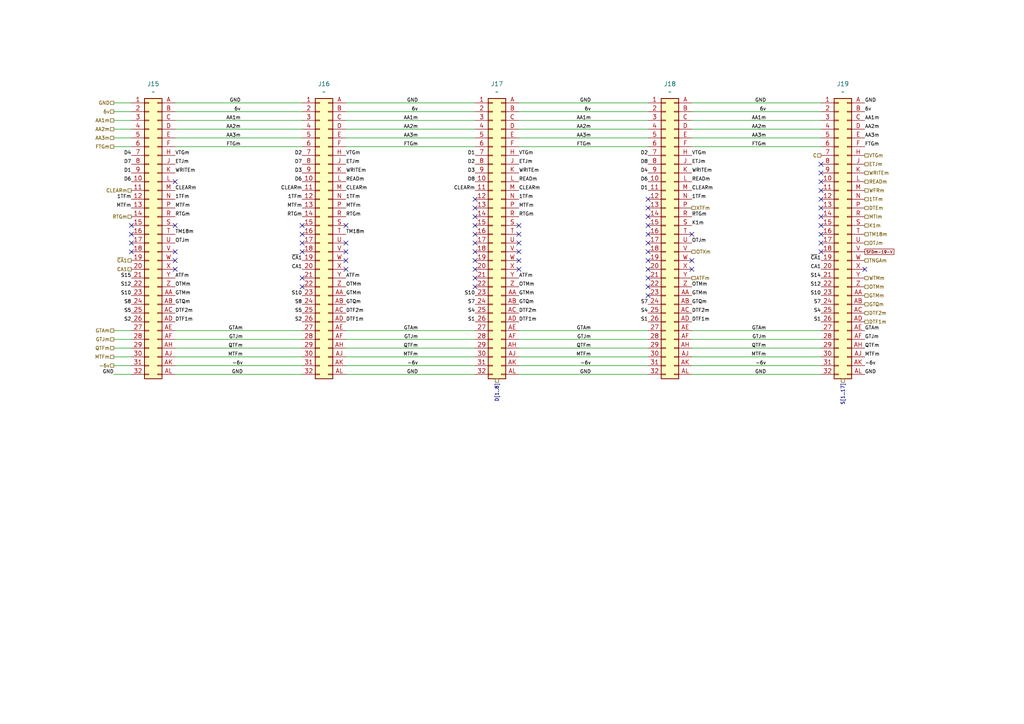
<source format=kicad_sch>
(kicad_sch (version 20211123) (generator eeschema)

  (uuid f733326b-7b27-418e-8e58-ef4e7bc3490b)

  (paper "A4")

  (title_block
    (title "Backplane 2")
    (date "2020-07-20")
  )

  (lib_symbols
    (symbol "LSA:Conn_02x32" (pin_names (offset 1.016) hide) (in_bom yes) (on_board yes)
      (property "Reference" "J" (id 0) (at 1.27 40.64 0)
        (effects (font (size 1.27 1.27)))
      )
      (property "Value" "Conn_02x32" (id 1) (at 1.27 -43.18 0)
        (effects (font (size 1.27 1.27)))
      )
      (property "Footprint" "" (id 2) (at 0 0 0)
        (effects (font (size 1.27 1.27)) hide)
      )
      (property "Datasheet" "" (id 3) (at 0 0 0)
        (effects (font (size 1.27 1.27)) hide)
      )
      (property "ki_fp_filters" "Connector*:*_2x??_*" (id 4) (at 0 0 0)
        (effects (font (size 1.27 1.27)) hide)
      )
      (symbol "Conn_02x32_1_1"
        (rectangle (start -1.27 -40.513) (end 0 -40.767)
          (stroke (width 0.1524) (type default) (color 0 0 0 0))
          (fill (type none))
        )
        (rectangle (start -1.27 -37.973) (end 0 -38.227)
          (stroke (width 0.1524) (type default) (color 0 0 0 0))
          (fill (type none))
        )
        (rectangle (start -1.27 -35.433) (end 0 -35.687)
          (stroke (width 0.1524) (type default) (color 0 0 0 0))
          (fill (type none))
        )
        (rectangle (start -1.27 -32.893) (end 0 -33.147)
          (stroke (width 0.1524) (type default) (color 0 0 0 0))
          (fill (type none))
        )
        (rectangle (start -1.27 -30.353) (end 0 -30.607)
          (stroke (width 0.1524) (type default) (color 0 0 0 0))
          (fill (type none))
        )
        (rectangle (start -1.27 -27.813) (end 0 -28.067)
          (stroke (width 0.1524) (type default) (color 0 0 0 0))
          (fill (type none))
        )
        (rectangle (start -1.27 -25.273) (end 0 -25.527)
          (stroke (width 0.1524) (type default) (color 0 0 0 0))
          (fill (type none))
        )
        (rectangle (start -1.27 -22.733) (end 0 -22.987)
          (stroke (width 0.1524) (type default) (color 0 0 0 0))
          (fill (type none))
        )
        (rectangle (start -1.27 -20.193) (end 0 -20.447)
          (stroke (width 0.1524) (type default) (color 0 0 0 0))
          (fill (type none))
        )
        (rectangle (start -1.27 -17.653) (end 0 -17.907)
          (stroke (width 0.1524) (type default) (color 0 0 0 0))
          (fill (type none))
        )
        (rectangle (start -1.27 -15.113) (end 0 -15.367)
          (stroke (width 0.1524) (type default) (color 0 0 0 0))
          (fill (type none))
        )
        (rectangle (start -1.27 -12.573) (end 0 -12.827)
          (stroke (width 0.1524) (type default) (color 0 0 0 0))
          (fill (type none))
        )
        (rectangle (start -1.27 -10.033) (end 0 -10.287)
          (stroke (width 0.1524) (type default) (color 0 0 0 0))
          (fill (type none))
        )
        (rectangle (start -1.27 -7.493) (end 0 -7.747)
          (stroke (width 0.1524) (type default) (color 0 0 0 0))
          (fill (type none))
        )
        (rectangle (start -1.27 -4.953) (end 0 -5.207)
          (stroke (width 0.1524) (type default) (color 0 0 0 0))
          (fill (type none))
        )
        (rectangle (start -1.27 -2.413) (end 0 -2.667)
          (stroke (width 0.1524) (type default) (color 0 0 0 0))
          (fill (type none))
        )
        (rectangle (start -1.27 0.127) (end 0 -0.127)
          (stroke (width 0.1524) (type default) (color 0 0 0 0))
          (fill (type none))
        )
        (rectangle (start -1.27 2.667) (end 0 2.413)
          (stroke (width 0.1524) (type default) (color 0 0 0 0))
          (fill (type none))
        )
        (rectangle (start -1.27 5.207) (end 0 4.953)
          (stroke (width 0.1524) (type default) (color 0 0 0 0))
          (fill (type none))
        )
        (rectangle (start -1.27 7.747) (end 0 7.493)
          (stroke (width 0.1524) (type default) (color 0 0 0 0))
          (fill (type none))
        )
        (rectangle (start -1.27 10.287) (end 0 10.033)
          (stroke (width 0.1524) (type default) (color 0 0 0 0))
          (fill (type none))
        )
        (rectangle (start -1.27 12.827) (end 0 12.573)
          (stroke (width 0.1524) (type default) (color 0 0 0 0))
          (fill (type none))
        )
        (rectangle (start -1.27 15.367) (end 0 15.113)
          (stroke (width 0.1524) (type default) (color 0 0 0 0))
          (fill (type none))
        )
        (rectangle (start -1.27 17.907) (end 0 17.653)
          (stroke (width 0.1524) (type default) (color 0 0 0 0))
          (fill (type none))
        )
        (rectangle (start -1.27 20.447) (end 0 20.193)
          (stroke (width 0.1524) (type default) (color 0 0 0 0))
          (fill (type none))
        )
        (rectangle (start -1.27 22.987) (end 0 22.733)
          (stroke (width 0.1524) (type default) (color 0 0 0 0))
          (fill (type none))
        )
        (rectangle (start -1.27 25.527) (end 0 25.273)
          (stroke (width 0.1524) (type default) (color 0 0 0 0))
          (fill (type none))
        )
        (rectangle (start -1.27 28.067) (end 0 27.813)
          (stroke (width 0.1524) (type default) (color 0 0 0 0))
          (fill (type none))
        )
        (rectangle (start -1.27 30.607) (end 0 30.353)
          (stroke (width 0.1524) (type default) (color 0 0 0 0))
          (fill (type none))
        )
        (rectangle (start -1.27 33.147) (end 0 32.893)
          (stroke (width 0.1524) (type default) (color 0 0 0 0))
          (fill (type none))
        )
        (rectangle (start -1.27 35.687) (end 0 35.433)
          (stroke (width 0.1524) (type default) (color 0 0 0 0))
          (fill (type none))
        )
        (rectangle (start -1.27 38.227) (end 0 37.973)
          (stroke (width 0.1524) (type default) (color 0 0 0 0))
          (fill (type none))
        )
        (rectangle (start -1.27 39.37) (end 3.81 -41.91)
          (stroke (width 0.254) (type default) (color 0 0 0 0))
          (fill (type background))
        )
        (rectangle (start 3.81 -40.513) (end 2.54 -40.767)
          (stroke (width 0.1524) (type default) (color 0 0 0 0))
          (fill (type none))
        )
        (rectangle (start 3.81 -37.973) (end 2.54 -38.227)
          (stroke (width 0.1524) (type default) (color 0 0 0 0))
          (fill (type none))
        )
        (rectangle (start 3.81 -35.433) (end 2.54 -35.687)
          (stroke (width 0.1524) (type default) (color 0 0 0 0))
          (fill (type none))
        )
        (rectangle (start 3.81 -32.893) (end 2.54 -33.147)
          (stroke (width 0.1524) (type default) (color 0 0 0 0))
          (fill (type none))
        )
        (rectangle (start 3.81 -30.353) (end 2.54 -30.607)
          (stroke (width 0.1524) (type default) (color 0 0 0 0))
          (fill (type none))
        )
        (rectangle (start 3.81 -27.813) (end 2.54 -28.067)
          (stroke (width 0.1524) (type default) (color 0 0 0 0))
          (fill (type none))
        )
        (rectangle (start 3.81 -25.273) (end 2.54 -25.527)
          (stroke (width 0.1524) (type default) (color 0 0 0 0))
          (fill (type none))
        )
        (rectangle (start 3.81 -22.733) (end 2.54 -22.987)
          (stroke (width 0.1524) (type default) (color 0 0 0 0))
          (fill (type none))
        )
        (rectangle (start 3.81 -20.193) (end 2.54 -20.447)
          (stroke (width 0.1524) (type default) (color 0 0 0 0))
          (fill (type none))
        )
        (rectangle (start 3.81 -17.653) (end 2.54 -17.907)
          (stroke (width 0.1524) (type default) (color 0 0 0 0))
          (fill (type none))
        )
        (rectangle (start 3.81 -15.113) (end 2.54 -15.367)
          (stroke (width 0.1524) (type default) (color 0 0 0 0))
          (fill (type none))
        )
        (rectangle (start 3.81 -12.573) (end 2.54 -12.827)
          (stroke (width 0.1524) (type default) (color 0 0 0 0))
          (fill (type none))
        )
        (rectangle (start 3.81 -10.033) (end 2.54 -10.287)
          (stroke (width 0.1524) (type default) (color 0 0 0 0))
          (fill (type none))
        )
        (rectangle (start 3.81 -7.493) (end 2.54 -7.747)
          (stroke (width 0.1524) (type default) (color 0 0 0 0))
          (fill (type none))
        )
        (rectangle (start 3.81 -4.953) (end 2.54 -5.207)
          (stroke (width 0.1524) (type default) (color 0 0 0 0))
          (fill (type none))
        )
        (rectangle (start 3.81 -2.413) (end 2.54 -2.667)
          (stroke (width 0.1524) (type default) (color 0 0 0 0))
          (fill (type none))
        )
        (rectangle (start 3.81 0.127) (end 2.54 -0.127)
          (stroke (width 0.1524) (type default) (color 0 0 0 0))
          (fill (type none))
        )
        (rectangle (start 3.81 2.667) (end 2.54 2.413)
          (stroke (width 0.1524) (type default) (color 0 0 0 0))
          (fill (type none))
        )
        (rectangle (start 3.81 5.207) (end 2.54 4.953)
          (stroke (width 0.1524) (type default) (color 0 0 0 0))
          (fill (type none))
        )
        (rectangle (start 3.81 7.747) (end 2.54 7.493)
          (stroke (width 0.1524) (type default) (color 0 0 0 0))
          (fill (type none))
        )
        (rectangle (start 3.81 10.287) (end 2.54 10.033)
          (stroke (width 0.1524) (type default) (color 0 0 0 0))
          (fill (type none))
        )
        (rectangle (start 3.81 12.827) (end 2.54 12.573)
          (stroke (width 0.1524) (type default) (color 0 0 0 0))
          (fill (type none))
        )
        (rectangle (start 3.81 15.367) (end 2.54 15.113)
          (stroke (width 0.1524) (type default) (color 0 0 0 0))
          (fill (type none))
        )
        (rectangle (start 3.81 17.907) (end 2.54 17.653)
          (stroke (width 0.1524) (type default) (color 0 0 0 0))
          (fill (type none))
        )
        (rectangle (start 3.81 20.447) (end 2.54 20.193)
          (stroke (width 0.1524) (type default) (color 0 0 0 0))
          (fill (type none))
        )
        (rectangle (start 3.81 22.987) (end 2.54 22.733)
          (stroke (width 0.1524) (type default) (color 0 0 0 0))
          (fill (type none))
        )
        (rectangle (start 3.81 25.527) (end 2.54 25.273)
          (stroke (width 0.1524) (type default) (color 0 0 0 0))
          (fill (type none))
        )
        (rectangle (start 3.81 28.067) (end 2.54 27.813)
          (stroke (width 0.1524) (type default) (color 0 0 0 0))
          (fill (type none))
        )
        (rectangle (start 3.81 30.607) (end 2.54 30.353)
          (stroke (width 0.1524) (type default) (color 0 0 0 0))
          (fill (type none))
        )
        (rectangle (start 3.81 33.147) (end 2.54 32.893)
          (stroke (width 0.1524) (type default) (color 0 0 0 0))
          (fill (type none))
        )
        (rectangle (start 3.81 35.687) (end 2.54 35.433)
          (stroke (width 0.1524) (type default) (color 0 0 0 0))
          (fill (type none))
        )
        (rectangle (start 3.81 38.227) (end 2.54 37.973)
          (stroke (width 0.1524) (type default) (color 0 0 0 0))
          (fill (type none))
        )
        (pin passive line (at -5.08 38.1 0) (length 3.81)
          (name "Pin_1" (effects (font (size 1.27 1.27))))
          (number "1" (effects (font (size 1.27 1.27))))
        )
        (pin passive line (at -5.08 15.24 0) (length 3.81)
          (name "Pin_10" (effects (font (size 1.27 1.27))))
          (number "10" (effects (font (size 1.27 1.27))))
        )
        (pin passive line (at -5.08 12.7 0) (length 3.81)
          (name "Pin_11" (effects (font (size 1.27 1.27))))
          (number "11" (effects (font (size 1.27 1.27))))
        )
        (pin passive line (at -5.08 10.16 0) (length 3.81)
          (name "Pin_12" (effects (font (size 1.27 1.27))))
          (number "12" (effects (font (size 1.27 1.27))))
        )
        (pin passive line (at -5.08 7.62 0) (length 3.81)
          (name "Pin_13" (effects (font (size 1.27 1.27))))
          (number "13" (effects (font (size 1.27 1.27))))
        )
        (pin passive line (at -5.08 5.08 0) (length 3.81)
          (name "Pin_14" (effects (font (size 1.27 1.27))))
          (number "14" (effects (font (size 1.27 1.27))))
        )
        (pin passive line (at -5.08 2.54 0) (length 3.81)
          (name "Pin_15" (effects (font (size 1.27 1.27))))
          (number "15" (effects (font (size 1.27 1.27))))
        )
        (pin passive line (at -5.08 0 0) (length 3.81)
          (name "Pin_16" (effects (font (size 1.27 1.27))))
          (number "16" (effects (font (size 1.27 1.27))))
        )
        (pin passive line (at -5.08 -2.54 0) (length 3.81)
          (name "Pin_17" (effects (font (size 1.27 1.27))))
          (number "17" (effects (font (size 1.27 1.27))))
        )
        (pin passive line (at -5.08 -5.08 0) (length 3.81)
          (name "Pin_18" (effects (font (size 1.27 1.27))))
          (number "18" (effects (font (size 1.27 1.27))))
        )
        (pin passive line (at -5.08 -7.62 0) (length 3.81)
          (name "Pin_19" (effects (font (size 1.27 1.27))))
          (number "19" (effects (font (size 1.27 1.27))))
        )
        (pin passive line (at -5.08 35.56 0) (length 3.81)
          (name "Pin_2" (effects (font (size 1.27 1.27))))
          (number "2" (effects (font (size 1.27 1.27))))
        )
        (pin passive line (at -5.08 -10.16 0) (length 3.81)
          (name "Pin_20" (effects (font (size 1.27 1.27))))
          (number "20" (effects (font (size 1.27 1.27))))
        )
        (pin passive line (at -5.08 -12.7 0) (length 3.81)
          (name "Pin_21" (effects (font (size 1.27 1.27))))
          (number "21" (effects (font (size 1.27 1.27))))
        )
        (pin passive line (at -5.08 -15.24 0) (length 3.81)
          (name "Pin_22" (effects (font (size 1.27 1.27))))
          (number "22" (effects (font (size 1.27 1.27))))
        )
        (pin passive line (at -5.08 -17.78 0) (length 3.81)
          (name "Pin_23" (effects (font (size 1.27 1.27))))
          (number "23" (effects (font (size 1.27 1.27))))
        )
        (pin passive line (at -5.08 -20.32 0) (length 3.81)
          (name "Pin_24" (effects (font (size 1.27 1.27))))
          (number "24" (effects (font (size 1.27 1.27))))
        )
        (pin passive line (at -5.08 -22.86 0) (length 3.81)
          (name "Pin_25" (effects (font (size 1.27 1.27))))
          (number "25" (effects (font (size 1.27 1.27))))
        )
        (pin passive line (at -5.08 -25.4 0) (length 3.81)
          (name "Pin_26" (effects (font (size 1.27 1.27))))
          (number "26" (effects (font (size 1.27 1.27))))
        )
        (pin passive line (at -5.08 -27.94 0) (length 3.81)
          (name "Pin_27" (effects (font (size 1.27 1.27))))
          (number "27" (effects (font (size 1.27 1.27))))
        )
        (pin passive line (at -5.08 -30.48 0) (length 3.81)
          (name "Pin_28" (effects (font (size 1.27 1.27))))
          (number "28" (effects (font (size 1.27 1.27))))
        )
        (pin passive line (at -5.08 -33.02 0) (length 3.81)
          (name "Pin_29" (effects (font (size 1.27 1.27))))
          (number "29" (effects (font (size 1.27 1.27))))
        )
        (pin passive line (at -5.08 33.02 0) (length 3.81)
          (name "Pin_3" (effects (font (size 1.27 1.27))))
          (number "3" (effects (font (size 1.27 1.27))))
        )
        (pin passive line (at -5.08 -35.56 0) (length 3.81)
          (name "Pin_30" (effects (font (size 1.27 1.27))))
          (number "30" (effects (font (size 1.27 1.27))))
        )
        (pin passive line (at -5.08 -38.1 0) (length 3.81)
          (name "Pin_31" (effects (font (size 1.27 1.27))))
          (number "31" (effects (font (size 1.27 1.27))))
        )
        (pin passive line (at -5.08 -40.64 0) (length 3.81)
          (name "Pin_32" (effects (font (size 1.27 1.27))))
          (number "32" (effects (font (size 1.27 1.27))))
        )
        (pin passive line (at -5.08 30.48 0) (length 3.81)
          (name "Pin_4" (effects (font (size 1.27 1.27))))
          (number "4" (effects (font (size 1.27 1.27))))
        )
        (pin passive line (at -5.08 27.94 0) (length 3.81)
          (name "Pin_5" (effects (font (size 1.27 1.27))))
          (number "5" (effects (font (size 1.27 1.27))))
        )
        (pin passive line (at -5.08 25.4 0) (length 3.81)
          (name "Pin_6" (effects (font (size 1.27 1.27))))
          (number "6" (effects (font (size 1.27 1.27))))
        )
        (pin passive line (at -5.08 22.86 0) (length 3.81)
          (name "Pin_7" (effects (font (size 1.27 1.27))))
          (number "7" (effects (font (size 1.27 1.27))))
        )
        (pin passive line (at -5.08 20.32 0) (length 3.81)
          (name "Pin_8" (effects (font (size 1.27 1.27))))
          (number "8" (effects (font (size 1.27 1.27))))
        )
        (pin passive line (at -5.08 17.78 0) (length 3.81)
          (name "Pin_9" (effects (font (size 1.27 1.27))))
          (number "9" (effects (font (size 1.27 1.27))))
        )
        (pin passive line (at 7.62 38.1 180) (length 3.81)
          (name "Pin_A" (effects (font (size 1.27 1.27))))
          (number "A" (effects (font (size 1.27 1.27))))
        )
        (pin passive line (at 7.62 -17.78 180) (length 3.81)
          (name "Pin_AA" (effects (font (size 1.27 1.27))))
          (number "AA" (effects (font (size 1.27 1.27))))
        )
        (pin passive line (at 7.62 -20.32 180) (length 3.81)
          (name "Pin_AB" (effects (font (size 1.27 1.27))))
          (number "AB" (effects (font (size 1.27 1.27))))
        )
        (pin passive line (at 7.62 -22.86 180) (length 3.81)
          (name "Pin_AC" (effects (font (size 1.27 1.27))))
          (number "AC" (effects (font (size 1.27 1.27))))
        )
        (pin passive line (at 7.62 -25.4 180) (length 3.81)
          (name "Pin_AD" (effects (font (size 1.27 1.27))))
          (number "AD" (effects (font (size 1.27 1.27))))
        )
        (pin passive line (at 7.62 -27.94 180) (length 3.81)
          (name "Pin_AE" (effects (font (size 1.27 1.27))))
          (number "AE" (effects (font (size 1.27 1.27))))
        )
        (pin passive line (at 7.62 -30.48 180) (length 3.81)
          (name "Pin_AF" (effects (font (size 1.27 1.27))))
          (number "AF" (effects (font (size 1.27 1.27))))
        )
        (pin passive line (at 7.62 -33.02 180) (length 3.81)
          (name "Pin_AH" (effects (font (size 1.27 1.27))))
          (number "AH" (effects (font (size 1.27 1.27))))
        )
        (pin passive line (at 7.62 -35.56 180) (length 3.81)
          (name "Pin_AJ" (effects (font (size 1.27 1.27))))
          (number "AJ" (effects (font (size 1.27 1.27))))
        )
        (pin passive line (at 7.62 -38.1 180) (length 3.81)
          (name "Pin_AK" (effects (font (size 1.27 1.27))))
          (number "AK" (effects (font (size 1.27 1.27))))
        )
        (pin passive line (at 7.62 -40.64 180) (length 3.81)
          (name "Pin_AL" (effects (font (size 1.27 1.27))))
          (number "AL" (effects (font (size 1.27 1.27))))
        )
        (pin passive line (at 7.62 35.56 180) (length 3.81)
          (name "Pin_B" (effects (font (size 1.27 1.27))))
          (number "B" (effects (font (size 1.27 1.27))))
        )
        (pin passive line (at 7.62 33.02 180) (length 3.81)
          (name "Pin_C" (effects (font (size 1.27 1.27))))
          (number "C" (effects (font (size 1.27 1.27))))
        )
        (pin passive line (at 7.62 30.48 180) (length 3.81)
          (name "Pin_D" (effects (font (size 1.27 1.27))))
          (number "D" (effects (font (size 1.27 1.27))))
        )
        (pin passive line (at 7.62 27.94 180) (length 3.81)
          (name "Pin_E" (effects (font (size 1.27 1.27))))
          (number "E" (effects (font (size 1.27 1.27))))
        )
        (pin passive line (at 7.62 25.4 180) (length 3.81)
          (name "Pin_F" (effects (font (size 1.27 1.27))))
          (number "F" (effects (font (size 1.27 1.27))))
        )
        (pin passive line (at 7.62 22.86 180) (length 3.81)
          (name "Pin_H" (effects (font (size 1.27 1.27))))
          (number "H" (effects (font (size 1.27 1.27))))
        )
        (pin passive line (at 7.62 20.32 180) (length 3.81)
          (name "Pin_J" (effects (font (size 1.27 1.27))))
          (number "J" (effects (font (size 1.27 1.27))))
        )
        (pin passive line (at 7.62 17.78 180) (length 3.81)
          (name "Pin_K" (effects (font (size 1.27 1.27))))
          (number "K" (effects (font (size 1.27 1.27))))
        )
        (pin passive line (at 7.62 15.24 180) (length 3.81)
          (name "Pin_L" (effects (font (size 1.27 1.27))))
          (number "L" (effects (font (size 1.27 1.27))))
        )
        (pin passive line (at 7.62 12.7 180) (length 3.81)
          (name "Pin_M" (effects (font (size 1.27 1.27))))
          (number "M" (effects (font (size 1.27 1.27))))
        )
        (pin passive line (at 7.62 10.16 180) (length 3.81)
          (name "Pin_N" (effects (font (size 1.27 1.27))))
          (number "N" (effects (font (size 1.27 1.27))))
        )
        (pin passive line (at 7.62 7.62 180) (length 3.81)
          (name "Pin_P" (effects (font (size 1.27 1.27))))
          (number "P" (effects (font (size 1.27 1.27))))
        )
        (pin passive line (at 7.62 5.08 180) (length 3.81)
          (name "Pin_R" (effects (font (size 1.27 1.27))))
          (number "R" (effects (font (size 1.27 1.27))))
        )
        (pin passive line (at 7.62 2.54 180) (length 3.81)
          (name "Pin_S" (effects (font (size 1.27 1.27))))
          (number "S" (effects (font (size 1.27 1.27))))
        )
        (pin passive line (at 7.62 0 180) (length 3.81)
          (name "Pin_T" (effects (font (size 1.27 1.27))))
          (number "T" (effects (font (size 1.27 1.27))))
        )
        (pin passive line (at 7.62 -2.54 180) (length 3.81)
          (name "Pin_U" (effects (font (size 1.27 1.27))))
          (number "U" (effects (font (size 1.27 1.27))))
        )
        (pin passive line (at 7.62 -5.08 180) (length 3.81)
          (name "Pin_V" (effects (font (size 1.27 1.27))))
          (number "V" (effects (font (size 1.27 1.27))))
        )
        (pin passive line (at 7.62 -7.62 180) (length 3.81)
          (name "Pin_W" (effects (font (size 1.27 1.27))))
          (number "W" (effects (font (size 1.27 1.27))))
        )
        (pin passive line (at 7.62 -10.16 180) (length 3.81)
          (name "Pin_X" (effects (font (size 1.27 1.27))))
          (number "X" (effects (font (size 1.27 1.27))))
        )
        (pin passive line (at 7.62 -12.7 180) (length 3.81)
          (name "Pin_Y" (effects (font (size 1.27 1.27))))
          (number "Y" (effects (font (size 1.27 1.27))))
        )
        (pin passive line (at 7.62 -15.24 180) (length 3.81)
          (name "Pin_Z" (effects (font (size 1.27 1.27))))
          (number "Z" (effects (font (size 1.27 1.27))))
        )
      )
    )
  )


  (no_connect (at 137.795 73.025) (uuid 00c48424-ff68-4aff-9ba2-859330ec7690))
  (no_connect (at 238.125 70.485) (uuid 0251a13d-8c4a-4017-9305-68d168d3fb80))
  (no_connect (at 187.96 80.645) (uuid 02be1641-641b-4aec-acca-7d18cc6109c8))
  (no_connect (at 150.495 75.565) (uuid 05e9999f-2b13-4025-bdb9-d7fc2ad34cf7))
  (no_connect (at 150.495 67.945) (uuid 07d905cf-af5f-4220-a120-342f935c6392))
  (no_connect (at 38.1 65.405) (uuid 0864f0c2-51f5-4191-b8db-39d078a5be35))
  (no_connect (at 38.1 67.945) (uuid 0a95a431-34ab-46ce-be38-f405c336d4d7))
  (no_connect (at 238.125 57.785) (uuid 16082933-b005-44c9-9d87-758a77b6a813))
  (no_connect (at 187.96 85.725) (uuid 19e0b57e-5c0e-4ba2-94d0-934cfcde06fa))
  (no_connect (at 137.795 83.185) (uuid 1aee7149-15ac-4aa7-b0df-3e8c23d93d16))
  (no_connect (at 50.8 78.105) (uuid 26bad687-19e4-4a1e-9c68-85863f72cde2))
  (no_connect (at 150.495 78.105) (uuid 2abd1369-2cbf-45fe-a49a-51a31768eb86))
  (no_connect (at 150.495 70.485) (uuid 30da642e-7d9c-4481-890c-836f7203f814))
  (no_connect (at 200.66 78.105) (uuid 34777f74-737d-4caf-a0a1-939633c96514))
  (no_connect (at 50.8 65.405) (uuid 3fb3779c-d3af-48ac-b10b-4e28fcf4b4f8))
  (no_connect (at 87.63 80.645) (uuid 42c6c050-14c3-4de0-841f-61b82bcabc1f))
  (no_connect (at 87.63 70.485) (uuid 4680dd2f-bc84-4ea8-a306-ef10bac8fb63))
  (no_connect (at 238.125 73.025) (uuid 47ab7887-5af0-422e-b9bd-49d9e72c6c02))
  (no_connect (at 238.125 67.945) (uuid 4810af8d-a7b5-4d54-86bb-3f73189f8c43))
  (no_connect (at 238.125 47.625) (uuid 50996b64-b488-48c0-b62a-a7e6baad0030))
  (no_connect (at 38.1 73.025) (uuid 50cbdc30-05f0-4ebb-ad87-b1a1090fb15c))
  (no_connect (at 187.96 83.185) (uuid 5ac5f6b8-1c6b-46c5-99ed-4246b8b7d441))
  (no_connect (at 50.8 52.705) (uuid 5b531458-f8fc-46ea-8073-713184da0f81))
  (no_connect (at 187.96 60.325) (uuid 5ccc64ac-c4b8-4057-8742-48d8267156e5))
  (no_connect (at 238.125 50.165) (uuid 613e50bf-c21f-42e0-aca4-a7999202893d))
  (no_connect (at 200.66 67.945) (uuid 64462f02-cb19-45cb-8e75-398865801dd8))
  (no_connect (at 87.63 83.185) (uuid 64a37227-e3e6-4901-9b8c-ad7defed61c9))
  (no_connect (at 137.795 67.945) (uuid 705a33b6-79ce-44d6-8434-61d851bc1236))
  (no_connect (at 238.125 65.405) (uuid 73e2d69e-d4f4-4ab0-85da-571a7b4f6f96))
  (no_connect (at 137.795 65.405) (uuid 74775003-e73e-482f-b1ad-36f9f1c14dbb))
  (no_connect (at 100.33 65.405) (uuid 7b6923bd-e54e-491e-95d9-166e194945e5))
  (no_connect (at 187.96 70.485) (uuid 81718cfc-242c-48c8-ac6f-41cd62c147c4))
  (no_connect (at 187.96 75.565) (uuid 884bd4e3-4c11-49be-9c30-9d91122372f7))
  (no_connect (at 137.795 62.865) (uuid 88b12b04-74b1-4e0e-b68e-fff0ce1d6dee))
  (no_connect (at 100.33 75.565) (uuid 8bab1a09-c958-4bde-8ffe-ed408a60138e))
  (no_connect (at 187.96 62.865) (uuid 8db84f6c-bac5-4f69-a167-ae1482329391))
  (no_connect (at 187.96 65.405) (uuid 8e8c93ea-1bad-4de7-88c0-d689188d537e))
  (no_connect (at 187.96 73.025) (uuid 913943e9-1d17-4c4f-aa6e-e1835fd28e62))
  (no_connect (at 137.795 70.485) (uuid 97199c45-4b07-4d86-8053-e4f5e4f9ff41))
  (no_connect (at 150.495 65.405) (uuid 987fdeb3-fbcd-4517-b596-baae5f047910))
  (no_connect (at 100.33 73.025) (uuid 9b5f27fc-e8cd-4aa5-9ce9-6b30a5ae2ed9))
  (no_connect (at 100.33 70.485) (uuid 9d0e8dfb-1e9e-425e-a002-6d69c5a0839d))
  (no_connect (at 238.125 52.705) (uuid 9ed05f2d-2a54-42c4-a316-3b5307b48bab))
  (no_connect (at 150.495 73.025) (uuid a0723c0f-f6eb-4da8-957d-8abd82401dcd))
  (no_connect (at 50.8 73.025) (uuid ab3666b7-5563-4819-98f3-9d2e11ea9334))
  (no_connect (at 87.63 67.945) (uuid ad366669-abc8-4984-8854-8ea836374738))
  (no_connect (at 137.795 57.785) (uuid adbe2e80-48bf-4d19-97ba-2ee551c294e8))
  (no_connect (at 38.1 70.485) (uuid b6bc3183-b857-4dd4-af82-8f0eb9b6def5))
  (no_connect (at 187.96 57.785) (uuid c0c2cd0a-cab7-4445-8317-9ceb99d94a29))
  (no_connect (at 238.125 62.865) (uuid c2c23f33-eafd-4bf0-a848-f5900dedbb2b))
  (no_connect (at 87.63 65.405) (uuid c33b72f6-8066-45ee-bacd-472bc2d50910))
  (no_connect (at 200.66 75.565) (uuid c5038715-9220-491b-af15-4321b82045af))
  (no_connect (at 238.125 55.245) (uuid c8ebbc3e-fbdb-4f62-8dd6-15633371f139))
  (no_connect (at 137.795 80.645) (uuid cce1d4cc-12bc-4f47-b055-ec1e1c9b00fd))
  (no_connect (at 238.125 60.325) (uuid d17bb9b9-674d-4d5c-b3ac-afba35644cc9))
  (no_connect (at 187.96 67.945) (uuid de6e2030-c380-4f5a-be3b-50c60de12283))
  (no_connect (at 50.8 75.565) (uuid df03ca40-ad84-427c-b296-6f22f6931672))
  (no_connect (at 250.825 78.105) (uuid e0f27cf9-f543-431e-817c-fb194c51936a))
  (no_connect (at 100.33 78.105) (uuid e59d851d-0987-469c-8d3a-46e082a8f875))
  (no_connect (at 187.96 78.105) (uuid e6cb0324-c417-45d9-a3f6-8b95eb97f8d2))
  (no_connect (at 137.795 75.565) (uuid f191ae88-c387-4ded-8de8-f202e6f02e3e))
  (no_connect (at 137.795 78.105) (uuid f377b1d3-6faa-4782-a88e-4292a0e093c8))
  (no_connect (at 137.795 60.325) (uuid f9ace214-a570-46c5-8111-6c2dd9080eff))
  (no_connect (at 87.63 73.025) (uuid fca57cc7-fa98-4af9-93fe-821bf6aa45c9))

  (wire (pts (xy 100.33 29.845) (xy 137.795 29.845))
    (stroke (width 0) (type default) (color 0 0 0 0))
    (uuid 041a1797-4df6-4765-b3d3-3a5c99162e67)
  )
  (wire (pts (xy 50.8 37.465) (xy 87.63 37.465))
    (stroke (width 0) (type default) (color 0 0 0 0))
    (uuid 077a4bf7-c746-4be4-8996-2a626098ff08)
  )
  (wire (pts (xy 50.8 42.545) (xy 87.63 42.545))
    (stroke (width 0) (type default) (color 0 0 0 0))
    (uuid 0aef6e86-5796-4de5-93e9-3c430319633e)
  )
  (wire (pts (xy 200.66 103.505) (xy 238.125 103.505))
    (stroke (width 0) (type default) (color 0 0 0 0))
    (uuid 10533bfb-f1b2-4952-a11e-e4a96f0a658e)
  )
  (wire (pts (xy 33.02 40.005) (xy 38.1 40.005))
    (stroke (width 0) (type default) (color 0 0 0 0))
    (uuid 14e23c48-a270-4bc8-aca6-9f467ebdc9ad)
  )
  (wire (pts (xy 200.66 32.385) (xy 238.125 32.385))
    (stroke (width 0) (type default) (color 0 0 0 0))
    (uuid 17f39609-6f20-4240-addf-d6c334343ad8)
  )
  (wire (pts (xy 33.02 98.425) (xy 38.1 98.425))
    (stroke (width 0) (type default) (color 0 0 0 0))
    (uuid 25bcbf65-e30e-433f-9a2b-34a9ad902157)
  )
  (wire (pts (xy 100.33 40.005) (xy 137.795 40.005))
    (stroke (width 0) (type default) (color 0 0 0 0))
    (uuid 2638a75f-3977-4b96-b37f-b7338d052a8c)
  )
  (wire (pts (xy 200.66 37.465) (xy 238.125 37.465))
    (stroke (width 0) (type default) (color 0 0 0 0))
    (uuid 28178e24-431c-49a8-854a-216bd4a48531)
  )
  (wire (pts (xy 100.33 37.465) (xy 137.795 37.465))
    (stroke (width 0) (type default) (color 0 0 0 0))
    (uuid 2c472d14-c50c-4f10-a897-3f8b854e50e1)
  )
  (wire (pts (xy 100.33 103.505) (xy 137.795 103.505))
    (stroke (width 0) (type default) (color 0 0 0 0))
    (uuid 2f131005-3137-49ff-8aab-892676383e65)
  )
  (wire (pts (xy 150.495 100.965) (xy 187.96 100.965))
    (stroke (width 0) (type default) (color 0 0 0 0))
    (uuid 396205bd-a9fa-4467-a01e-72b5288c5961)
  )
  (wire (pts (xy 50.8 34.925) (xy 87.63 34.925))
    (stroke (width 0) (type default) (color 0 0 0 0))
    (uuid 3edee692-0c84-4491-8571-ff1547e32b4c)
  )
  (wire (pts (xy 100.33 98.425) (xy 137.795 98.425))
    (stroke (width 0) (type default) (color 0 0 0 0))
    (uuid 3fb0f84c-c611-4efe-af94-1314855cb7b6)
  )
  (wire (pts (xy 150.495 29.845) (xy 187.96 29.845))
    (stroke (width 0) (type default) (color 0 0 0 0))
    (uuid 4137d9d5-de1d-4831-8af1-c6696dac809e)
  )
  (wire (pts (xy 50.8 40.005) (xy 87.63 40.005))
    (stroke (width 0) (type default) (color 0 0 0 0))
    (uuid 41583b67-24bb-4e5b-80b6-7972fe4e1ccf)
  )
  (wire (pts (xy 38.1 100.965) (xy 33.02 100.965))
    (stroke (width 0) (type default) (color 0 0 0 0))
    (uuid 421e259c-bbfc-4fe4-82f5-6e3318975a29)
  )
  (wire (pts (xy 200.66 106.045) (xy 238.125 106.045))
    (stroke (width 0) (type default) (color 0 0 0 0))
    (uuid 42e7b8b3-9805-4672-888f-dae95ad9c776)
  )
  (wire (pts (xy 150.495 103.505) (xy 187.96 103.505))
    (stroke (width 0) (type default) (color 0 0 0 0))
    (uuid 4325ea7e-3c1f-4d3d-bc32-a75544d8ff8d)
  )
  (wire (pts (xy 200.66 108.585) (xy 238.125 108.585))
    (stroke (width 0) (type default) (color 0 0 0 0))
    (uuid 4740045b-1d9b-41d9-be8b-fe5924733b0a)
  )
  (wire (pts (xy 150.495 42.545) (xy 187.96 42.545))
    (stroke (width 0) (type default) (color 0 0 0 0))
    (uuid 484d1eec-e149-4dbd-8bae-aebb66c2ac60)
  )
  (wire (pts (xy 50.8 103.505) (xy 87.63 103.505))
    (stroke (width 0) (type default) (color 0 0 0 0))
    (uuid 4aed0ac9-0947-4ce7-ae19-f03b42957e52)
  )
  (wire (pts (xy 50.8 100.965) (xy 87.63 100.965))
    (stroke (width 0) (type default) (color 0 0 0 0))
    (uuid 51587c29-1faf-4f6f-adb9-d855d9fba323)
  )
  (wire (pts (xy 50.8 95.885) (xy 87.63 95.885))
    (stroke (width 0) (type default) (color 0 0 0 0))
    (uuid 61f3db35-2605-45da-909c-76383c6c4bd1)
  )
  (wire (pts (xy 33.02 108.585) (xy 38.1 108.585))
    (stroke (width 0) (type default) (color 0 0 0 0))
    (uuid 652f2839-c9d7-45c1-aa5c-601baad00384)
  )
  (wire (pts (xy 150.495 98.425) (xy 187.96 98.425))
    (stroke (width 0) (type default) (color 0 0 0 0))
    (uuid 65dd0492-a7ab-477c-b77e-0d1bd62a6c7b)
  )
  (wire (pts (xy 200.66 42.545) (xy 238.125 42.545))
    (stroke (width 0) (type default) (color 0 0 0 0))
    (uuid 6b4f8b57-b83b-4f98-a554-223a9f2d8f42)
  )
  (wire (pts (xy 50.8 98.425) (xy 87.63 98.425))
    (stroke (width 0) (type default) (color 0 0 0 0))
    (uuid 6c4cc073-c466-4ca6-a25b-34e6dea91ac5)
  )
  (wire (pts (xy 38.1 32.385) (xy 33.02 32.385))
    (stroke (width 0) (type default) (color 0 0 0 0))
    (uuid 6efe6f23-eecf-4017-8eef-688da589d502)
  )
  (wire (pts (xy 50.8 106.045) (xy 87.63 106.045))
    (stroke (width 0) (type default) (color 0 0 0 0))
    (uuid 70ad7ddb-f95f-4f60-9706-46207b16b2f6)
  )
  (wire (pts (xy 33.02 103.505) (xy 38.1 103.505))
    (stroke (width 0) (type default) (color 0 0 0 0))
    (uuid 7103195b-123a-408b-854f-4a25100a2855)
  )
  (wire (pts (xy 33.02 42.545) (xy 38.1 42.545))
    (stroke (width 0) (type default) (color 0 0 0 0))
    (uuid 71c61dc2-3c1d-4054-9aa8-29d18484389f)
  )
  (wire (pts (xy 200.66 34.925) (xy 238.125 34.925))
    (stroke (width 0) (type default) (color 0 0 0 0))
    (uuid 7923db7e-884c-496b-8485-de2458786beb)
  )
  (wire (pts (xy 50.8 108.585) (xy 87.63 108.585))
    (stroke (width 0) (type default) (color 0 0 0 0))
    (uuid 7b5dfd72-8744-4a72-9261-85001167b830)
  )
  (wire (pts (xy 200.66 29.845) (xy 238.125 29.845))
    (stroke (width 0) (type default) (color 0 0 0 0))
    (uuid 7b63bbbe-9feb-4e1b-8174-90fc42813dbb)
  )
  (wire (pts (xy 38.1 106.045) (xy 33.02 106.045))
    (stroke (width 0) (type default) (color 0 0 0 0))
    (uuid 7d76fc54-1f30-4808-82a8-dc1c7758b946)
  )
  (wire (pts (xy 50.8 32.385) (xy 87.63 32.385))
    (stroke (width 0) (type default) (color 0 0 0 0))
    (uuid 8615d2b1-c94f-41bb-b251-b724abe670e4)
  )
  (wire (pts (xy 150.495 34.925) (xy 187.96 34.925))
    (stroke (width 0) (type default) (color 0 0 0 0))
    (uuid 8b4145d6-7b3c-4f6a-b894-c7c16f9af133)
  )
  (wire (pts (xy 100.33 95.885) (xy 137.795 95.885))
    (stroke (width 0) (type default) (color 0 0 0 0))
    (uuid 8bb3c1f1-b5c3-4ac7-847d-dee504862457)
  )
  (wire (pts (xy 150.495 106.045) (xy 187.96 106.045))
    (stroke (width 0) (type default) (color 0 0 0 0))
    (uuid 8fed6310-24e0-4a20-a1c5-a1272c3f84c0)
  )
  (wire (pts (xy 150.495 108.585) (xy 187.96 108.585))
    (stroke (width 0) (type default) (color 0 0 0 0))
    (uuid 92f6c992-42eb-4418-841f-309f266729a2)
  )
  (wire (pts (xy 100.33 108.585) (xy 137.795 108.585))
    (stroke (width 0) (type default) (color 0 0 0 0))
    (uuid a4172a37-8046-4927-acc7-f900d61d20b1)
  )
  (wire (pts (xy 200.66 100.965) (xy 238.125 100.965))
    (stroke (width 0) (type default) (color 0 0 0 0))
    (uuid a5aa0e08-5f70-4413-b3bb-5bb918535848)
  )
  (wire (pts (xy 200.66 95.885) (xy 238.125 95.885))
    (stroke (width 0) (type default) (color 0 0 0 0))
    (uuid a5dce583-9e09-43e2-ba86-1df01d813f51)
  )
  (wire (pts (xy 100.33 42.545) (xy 137.795 42.545))
    (stroke (width 0) (type default) (color 0 0 0 0))
    (uuid a6bf1aee-2d7e-4f26-88c6-0769d586b794)
  )
  (wire (pts (xy 38.1 37.465) (xy 33.02 37.465))
    (stroke (width 0) (type default) (color 0 0 0 0))
    (uuid b4305793-f492-4409-bb03-3aa4ec6ccb24)
  )
  (wire (pts (xy 50.8 29.845) (xy 87.63 29.845))
    (stroke (width 0) (type default) (color 0 0 0 0))
    (uuid babb87f9-fd72-43dd-a9b1-12ca1aaa3fb1)
  )
  (wire (pts (xy 150.495 40.005) (xy 187.96 40.005))
    (stroke (width 0) (type default) (color 0 0 0 0))
    (uuid bd587cf2-b970-48bd-ae6c-3a17386b7b50)
  )
  (wire (pts (xy 150.495 95.885) (xy 187.96 95.885))
    (stroke (width 0) (type default) (color 0 0 0 0))
    (uuid be066e01-92a1-42c5-a3f5-904ff0812ea4)
  )
  (wire (pts (xy 200.66 98.425) (xy 238.125 98.425))
    (stroke (width 0) (type default) (color 0 0 0 0))
    (uuid c2f6c910-3ad9-4fae-b407-105a1d4a32c5)
  )
  (wire (pts (xy 100.33 32.385) (xy 137.795 32.385))
    (stroke (width 0) (type default) (color 0 0 0 0))
    (uuid d1f5bf76-c0e3-4b70-9ee8-d1dd7fb6ea25)
  )
  (wire (pts (xy 100.33 106.045) (xy 137.795 106.045))
    (stroke (width 0) (type default) (color 0 0 0 0))
    (uuid d5ccea74-c03a-4081-8713-8f7433782bef)
  )
  (wire (pts (xy 100.33 100.965) (xy 137.795 100.965))
    (stroke (width 0) (type default) (color 0 0 0 0))
    (uuid d793a63b-0473-46ae-b3ea-75171ab882a9)
  )
  (wire (pts (xy 38.1 95.885) (xy 33.02 95.885))
    (stroke (width 0) (type default) (color 0 0 0 0))
    (uuid df64d9cf-53e8-4e7c-9379-a4922900fbdd)
  )
  (wire (pts (xy 100.33 34.925) (xy 137.795 34.925))
    (stroke (width 0) (type default) (color 0 0 0 0))
    (uuid e1bb43c7-faed-44e4-8ebc-79c96d7157fa)
  )
  (wire (pts (xy 150.495 32.385) (xy 187.96 32.385))
    (stroke (width 0) (type default) (color 0 0 0 0))
    (uuid e3166777-a18b-47eb-a188-2cfca9e4d1da)
  )
  (wire (pts (xy 33.02 34.925) (xy 38.1 34.925))
    (stroke (width 0) (type default) (color 0 0 0 0))
    (uuid e89fd447-624a-438f-959e-5d676bff2e27)
  )
  (wire (pts (xy 150.495 37.465) (xy 187.96 37.465))
    (stroke (width 0) (type default) (color 0 0 0 0))
    (uuid f3087604-7f69-4701-b2dc-b1db873a18e0)
  )
  (wire (pts (xy 33.02 29.845) (xy 38.1 29.845))
    (stroke (width 0) (type default) (color 0 0 0 0))
    (uuid f7cc57f9-e8fa-4189-9d39-258c6bdd2d59)
  )
  (wire (pts (xy 200.66 40.005) (xy 238.125 40.005))
    (stroke (width 0) (type default) (color 0 0 0 0))
    (uuid fce9c229-a473-4756-8e05-b345e49d0c5a)
  )

  (label "QTFm" (at 250.825 100.965 0)
    (effects (font (size 1.016 1.016)) (justify left bottom))
    (uuid 0197bad4-a38f-4a44-8e40-2068a7550a8a)
  )
  (label "QTFm" (at 222.25 100.965 180)
    (effects (font (size 1.016 1.016)) (justify right bottom))
    (uuid 024eba22-2cd6-40c1-8647-aa24c1cd6c94)
  )
  (label "D1" (at 187.96 55.245 180)
    (effects (font (size 1.016 1.016)) (justify right bottom))
    (uuid 0767d3ca-97ac-4366-af31-11956f9283e6)
  )
  (label "MTFm" (at 50.8 60.325 0)
    (effects (font (size 1.016 1.016)) (justify left bottom))
    (uuid 0a38d6cb-6b6e-498f-a9c9-1251b7f81945)
  )
  (label "DTF1m" (at 150.495 93.345 0)
    (effects (font (size 1.016 1.016)) (justify left bottom))
    (uuid 0b310d87-e5c7-430f-85e6-ae3411ce3678)
  )
  (label "GTAm" (at 222.25 95.885 180)
    (effects (font (size 1.016 1.016)) (justify right bottom))
    (uuid 0ba32240-923e-4954-b164-c2a275689bc4)
  )
  (label "MTFm" (at 121.285 103.505 180)
    (effects (font (size 1.016 1.016)) (justify right bottom))
    (uuid 0c0a0dac-304b-408b-95cf-463ce332e0e6)
  )
  (label "S4" (at 137.795 90.805 180)
    (effects (font (size 1.016 1.016)) (justify right bottom))
    (uuid 0ca1beb7-7120-47a1-9d67-ab838b700a10)
  )
  (label "OTJm" (at 50.8 70.485 0)
    (effects (font (size 1.016 1.016)) (justify left bottom))
    (uuid 0e46f1e5-4b67-484f-8b66-881f53a0a52c)
  )
  (label "GND" (at 222.25 108.585 180)
    (effects (font (size 1.016 1.016)) (justify right bottom))
    (uuid 0f28d9a3-2052-4477-ad97-91bf5b5563d2)
  )
  (label "S8" (at 38.1 88.265 180)
    (effects (font (size 1.016 1.016)) (justify right bottom))
    (uuid 0f9e4f98-0744-4403-908d-5d3f3e31c0fa)
  )
  (label "GTJm" (at 250.825 98.425 0)
    (effects (font (size 1.016 1.016)) (justify left bottom))
    (uuid 0fdf5f13-0e56-44eb-82d1-9dc1e1714720)
  )
  (label "D8" (at 137.795 52.705 180)
    (effects (font (size 1.016 1.016)) (justify right bottom))
    (uuid 1013b762-ec74-44be-80be-b6d6fb98387d)
  )
  (label "GTJm" (at 222.25 98.425 180)
    (effects (font (size 1.016 1.016)) (justify right bottom))
    (uuid 1147eeab-c21c-4268-979a-fd620a3c3aba)
  )
  (label "GTJm" (at 70.485 98.425 180)
    (effects (font (size 1.016 1.016)) (justify right bottom))
    (uuid 125fc294-4f1b-41fc-8bba-6a12ea5a2491)
  )
  (label "TM18m" (at 50.8 67.945 0)
    (effects (font (size 1.016 1.016)) (justify left bottom))
    (uuid 127987f7-6e9c-4e80-9104-74bce1e98b6c)
  )
  (label "CA1" (at 238.125 78.105 180)
    (effects (font (size 1.016 1.016)) (justify right bottom))
    (uuid 12e058c3-4707-4d05-8510-cd0821916b55)
  )
  (label "D2" (at 187.96 45.085 180)
    (effects (font (size 1.016 1.016)) (justify right bottom))
    (uuid 13513a6d-0e3f-47d2-bcab-6e6f99d2ff74)
  )
  (label "S10" (at 38.1 85.725 180)
    (effects (font (size 1.016 1.016)) (justify right bottom))
    (uuid 13a8745a-9a6a-4bd9-8f0f-7740ec6f04cb)
  )
  (label "MTFm" (at 222.25 103.505 180)
    (effects (font (size 1.016 1.016)) (justify right bottom))
    (uuid 14dce2cc-9f5d-4bea-a4c3-2756d012ddae)
  )
  (label "MTFm" (at 70.485 103.505 180)
    (effects (font (size 1.016 1.016)) (justify right bottom))
    (uuid 1514ad90-04f5-4c56-bd65-716168acaa10)
  )
  (label "D6" (at 38.1 52.705 180)
    (effects (font (size 1.016 1.016)) (justify right bottom))
    (uuid 15afc759-ac1b-475a-9e65-73081c138395)
  )
  (label "FTGm" (at 121.285 42.545 180)
    (effects (font (size 1.016 1.016)) (justify right bottom))
    (uuid 16f46704-8e73-425d-b0cc-d9c5b02bc545)
  )
  (label "AA2m" (at 222.25 37.465 180)
    (effects (font (size 1.016 1.016)) (justify right bottom))
    (uuid 17a9dd0d-f9bf-4aa0-a157-6753360490c7)
  )
  (label "S14" (at 238.125 80.645 180)
    (effects (font (size 1.016 1.016)) (justify right bottom))
    (uuid 186da241-c393-4a53-a09b-aa4d86fb2334)
  )
  (label "FTGm" (at 222.25 42.545 180)
    (effects (font (size 1.016 1.016)) (justify right bottom))
    (uuid 1ab8ab72-818c-4218-922f-da1f197deb01)
  )
  (label "1TFm" (at 100.33 57.785 0)
    (effects (font (size 1.016 1.016)) (justify left bottom))
    (uuid 1bca63d2-169c-473a-ba82-cf557c9733e2)
  )
  (label "CA1" (at 87.63 78.105 180)
    (effects (font (size 1.016 1.016)) (justify right bottom))
    (uuid 1c2e76f8-9fda-4f84-86e7-9369620dc7ab)
  )
  (label "1TFm" (at 150.495 57.785 0)
    (effects (font (size 1.016 1.016)) (justify left bottom))
    (uuid 1de954a3-fedf-498f-aea1-33d920f24a73)
  )
  (label "AA3m" (at 250.825 40.005 0)
    (effects (font (size 1.016 1.016)) (justify left bottom))
    (uuid 1eba8dfd-41b5-4027-9533-cbbd621f3af4)
  )
  (label "S10" (at 137.795 85.725 180)
    (effects (font (size 1.016 1.016)) (justify right bottom))
    (uuid 1f621594-bce3-4c67-a333-66d21bc60df1)
  )
  (label "~{CA}1" (at 87.63 75.565 180)
    (effects (font (size 1.016 1.016)) (justify right bottom))
    (uuid 221b849d-0656-46ba-8e03-c2856163a82c)
  )
  (label "ETJm" (at 150.495 47.625 0)
    (effects (font (size 1.016 1.016)) (justify left bottom))
    (uuid 223f4f21-018e-4ff8-8df3-1664daac3697)
  )
  (label "S7" (at 238.125 88.265 180)
    (effects (font (size 1.016 1.016)) (justify right bottom))
    (uuid 235b7896-9f01-4929-afe6-4f3baf74a98d)
  )
  (label "TM18m" (at 100.33 67.945 0)
    (effects (font (size 1.016 1.016)) (justify left bottom))
    (uuid 23fc795d-abd3-4b75-8153-4837b6bf71af)
  )
  (label "CLEARm" (at 200.66 55.245 0)
    (effects (font (size 1.016 1.016)) (justify left bottom))
    (uuid 2bc9b1bd-407b-4437-aa80-8df05c5350e6)
  )
  (label "GTMm" (at 50.8 85.725 0)
    (effects (font (size 1.016 1.016)) (justify left bottom))
    (uuid 2deca265-8f8f-4f16-9e17-dd87f7947697)
  )
  (label "QTFm" (at 171.45 100.965 180)
    (effects (font (size 1.016 1.016)) (justify right bottom))
    (uuid 2e0bd47a-7eea-42fe-9ed3-3dafeef70cbe)
  )
  (label "S1" (at 238.125 93.345 180)
    (effects (font (size 1.016 1.016)) (justify right bottom))
    (uuid 2e680fd6-3ede-4ea5-9a03-c69886cbbdd5)
  )
  (label "D2" (at 87.63 45.085 180)
    (effects (font (size 1.016 1.016)) (justify right bottom))
    (uuid 307c9b35-29a4-4a14-8b45-c8e038a15ea1)
  )
  (label "DTF2m" (at 150.495 90.805 0)
    (effects (font (size 1.016 1.016)) (justify left bottom))
    (uuid 319091d2-8e0e-481d-a748-699cc6dd7861)
  )
  (label "GTJm" (at 121.285 98.425 180)
    (effects (font (size 1.016 1.016)) (justify right bottom))
    (uuid 32e76068-3158-483f-b3ab-bdce73eb9fae)
  )
  (label "AA2m" (at 69.85 37.465 180)
    (effects (font (size 1.016 1.016)) (justify right bottom))
    (uuid 36a9c044-5355-4f26-9ea2-a07e5b23e3dc)
  )
  (label "AA1m" (at 171.45 34.925 180)
    (effects (font (size 1.016 1.016)) (justify right bottom))
    (uuid 3b16453d-6e3a-49f0-9981-fb48a2af24cd)
  )
  (label "S12" (at 38.1 83.185 180)
    (effects (font (size 1.016 1.016)) (justify right bottom))
    (uuid 3c785620-e43d-4b6b-8bf2-bd442d99c970)
  )
  (label "GND" (at 250.825 108.585 0)
    (effects (font (size 1.016 1.016)) (justify left bottom))
    (uuid 3cec2527-1139-43f8-a6c3-8cc85310e46a)
  )
  (label "GND" (at 250.825 29.845 0)
    (effects (font (size 1.016 1.016)) (justify left bottom))
    (uuid 3fa78a73-7067-4b4b-b236-5e967ddb3668)
  )
  (label "S15" (at 38.1 80.645 180)
    (effects (font (size 1.016 1.016)) (justify right bottom))
    (uuid 3fcd6691-6c6a-48d5-bdb2-a4124fdc9ca5)
  )
  (label "D1" (at 38.1 50.165 180)
    (effects (font (size 1.016 1.016)) (justify right bottom))
    (uuid 42b64d89-39f6-4cdb-b13c-6ab7848abd58)
  )
  (label "-6v" (at 250.825 106.045 0)
    (effects (font (size 1.016 1.016)) (justify left bottom))
    (uuid 4307867c-a002-46d1-bcad-0798fed3a704)
  )
  (label "1TFm" (at 87.63 57.785 180)
    (effects (font (size 1.016 1.016)) (justify right bottom))
    (uuid 44ff6cce-c1d2-4e3e-9e79-d8eb4d28a69b)
  )
  (label "K1m" (at 200.66 65.405 0)
    (effects (font (size 1.016 1.016)) (justify left bottom))
    (uuid 468d1234-c963-4e61-afa1-de24d591d16a)
  )
  (label "WRITEm" (at 50.8 50.165 0)
    (effects (font (size 1.016 1.016)) (justify left bottom))
    (uuid 4d6098d3-a9de-4dfb-86e9-3dd665d28819)
  )
  (label "AA1m" (at 250.825 34.925 0)
    (effects (font (size 1.016 1.016)) (justify left bottom))
    (uuid 4e8f2739-7a77-4582-a159-6ed1717d9209)
  )
  (label "OTMm" (at 200.66 83.185 0)
    (effects (font (size 1.016 1.016)) (justify left bottom))
    (uuid 4f22cc82-d2b9-428e-afa4-f6b7d7f10f12)
  )
  (label "WRITEm" (at 200.66 50.165 0)
    (effects (font (size 1.016 1.016)) (justify left bottom))
    (uuid 505cc7f6-8b53-4322-83f4-218a1b0587fd)
  )
  (label "GTQm" (at 200.66 88.265 0)
    (effects (font (size 1.016 1.016)) (justify left bottom))
    (uuid 50a5d505-cbe5-44f7-b255-18be8ff2aced)
  )
  (label "AA1m" (at 222.25 34.925 180)
    (effects (font (size 1.016 1.016)) (justify right bottom))
    (uuid 52013114-6fbf-472e-9847-747780d3f3aa)
  )
  (label "AA3m" (at 222.25 40.005 180)
    (effects (font (size 1.016 1.016)) (justify right bottom))
    (uuid 56733169-3c1d-4336-8d9e-6b72378a8333)
  )
  (label "-6v" (at 70.485 106.045 180)
    (effects (font (size 1.016 1.016)) (justify right bottom))
    (uuid 56a414cb-6cb2-402b-bf1c-392de1cf10ef)
  )
  (label "QTFm" (at 121.285 100.965 180)
    (effects (font (size 1.016 1.016)) (justify right bottom))
    (uuid 58671fe8-4cc3-4fda-bc7f-febc4ed9b589)
  )
  (label "GND" (at 222.25 29.845 180)
    (effects (font (size 1.016 1.016)) (justify right bottom))
    (uuid 59d069f9-8f04-4f31-b350-553870662cea)
  )
  (label "ETJm" (at 100.33 47.625 0)
    (effects (font (size 1.016 1.016)) (justify left bottom))
    (uuid 5d724a04-f0c2-4f37-a6ff-f2082c71a2f8)
  )
  (label "VTGm" (at 100.33 45.085 0)
    (effects (font (size 1.016 1.016)) (justify left bottom))
    (uuid 667683d1-904e-4164-8231-3f3e3ee857b7)
  )
  (label "D3" (at 87.63 50.165 180)
    (effects (font (size 1.016 1.016)) (justify right bottom))
    (uuid 66f9065b-5877-45b7-a3d7-bb7fbda23088)
  )
  (label "6v" (at 69.85 32.385 180)
    (effects (font (size 1.016 1.016)) (justify right bottom))
    (uuid 68b76d85-4407-4eb1-b5ba-719325227d5b)
  )
  (label "GTAm" (at 70.485 95.885 180)
    (effects (font (size 1.016 1.016)) (justify right bottom))
    (uuid 69fdb450-847c-4c2a-a777-008c17ede689)
  )
  (label "WRITEm" (at 150.495 50.165 0)
    (effects (font (size 1.016 1.016)) (justify left bottom))
    (uuid 6a6f629e-437a-4e5c-9f66-8681111a5ddb)
  )
  (label "ATFm" (at 150.495 80.645 0)
    (effects (font (size 1.016 1.016)) (justify left bottom))
    (uuid 6ab834dc-0356-4f2d-a8a9-2874762fc741)
  )
  (label "VTGm" (at 200.66 45.085 0)
    (effects (font (size 1.016 1.016)) (justify left bottom))
    (uuid 6b40304e-bfdf-428f-89e0-f1503873e067)
  )
  (label "ATFm" (at 100.33 80.645 0)
    (effects (font (size 1.016 1.016)) (justify left bottom))
    (uuid 6b4bd57a-cdb4-404d-8f71-e24f9efbe97f)
  )
  (label "DTF1m" (at 100.33 93.345 0)
    (effects (font (size 1.016 1.016)) (justify left bottom))
    (uuid 6b4f485a-c4e8-436e-9578-1166e931ce74)
  )
  (label "6v" (at 250.825 32.385 0)
    (effects (font (size 1.016 1.016)) (justify left bottom))
    (uuid 6bfe197c-9ce6-4ad0-b7b7-cdbf420f63dd)
  )
  (label "D6" (at 87.63 52.705 180)
    (effects (font (size 1.016 1.016)) (justify right bottom))
    (uuid 6e027ea1-b401-47ed-b2a1-889b730afcdb)
  )
  (label "1TFm" (at 200.66 57.785 0)
    (effects (font (size 1.016 1.016)) (justify left bottom))
    (uuid 700aa7e0-f585-456d-965a-1c997c2ff3fe)
  )
  (label "1TFm" (at 38.1 57.785 180)
    (effects (font (size 1.016 1.016)) (justify right bottom))
    (uuid 70ab501c-f385-4f12-a031-8cdcb3c8eff3)
  )
  (label "RTGm" (at 50.8 62.865 0)
    (effects (font (size 1.016 1.016)) (justify left bottom))
    (uuid 74377b92-616f-48f5-b3aa-52d58804e1f6)
  )
  (label "S10" (at 87.63 85.725 180)
    (effects (font (size 1.016 1.016)) (justify right bottom))
    (uuid 7531b24d-4f1c-4331-9dda-0efcf7020dbe)
  )
  (label "GTAm" (at 171.45 95.885 180)
    (effects (font (size 1.016 1.016)) (justify right bottom))
    (uuid 7599ed1f-9009-4c70-8057-0a7f73d23230)
  )
  (label "D3" (at 137.795 50.165 180)
    (effects (font (size 1.016 1.016)) (justify right bottom))
    (uuid 759e1ce4-f408-40e3-ae54-5fc965e00f93)
  )
  (label "~{CA}1" (at 238.125 75.565 180)
    (effects (font (size 1.016 1.016)) (justify right bottom))
    (uuid 7ccd7819-9d01-47d1-9090-947bf65f750b)
  )
  (label "S8" (at 87.63 88.265 180)
    (effects (font (size 1.016 1.016)) (justify right bottom))
    (uuid 7cd7e887-bfe9-45a8-877c-60a744cbe229)
  )
  (label "AA2m" (at 250.825 37.465 0)
    (effects (font (size 1.016 1.016)) (justify left bottom))
    (uuid 7d16bac2-c3a5-49dd-9c48-bce9ce86dbdd)
  )
  (label "1TFm" (at 50.8 57.785 0)
    (effects (font (size 1.016 1.016)) (justify left bottom))
    (uuid 7f217269-234f-4695-a3c4-b70f2ec713f4)
  )
  (label "GTQm" (at 100.33 88.265 0)
    (effects (font (size 1.016 1.016)) (justify left bottom))
    (uuid 7fd81696-39dd-4dfb-a347-790654d3845a)
  )
  (label "GTMm" (at 200.66 85.725 0)
    (effects (font (size 1.016 1.016)) (justify left bottom))
    (uuid 804b6e3c-1f70-4492-b7c6-013dc6c3de5f)
  )
  (label "FTGm" (at 250.825 42.545 0)
    (effects (font (size 1.016 1.016)) (justify left bottom))
    (uuid 809bb22c-30a1-4bd9-a6da-0ed24205721c)
  )
  (label "S5" (at 38.1 90.805 180)
    (effects (font (size 1.016 1.016)) (justify right bottom))
    (uuid 80eb2278-e7fc-4e5e-afc5-1702d30325d9)
  )
  (label "GTQm" (at 50.8 88.265 0)
    (effects (font (size 1.016 1.016)) (justify left bottom))
    (uuid 83de781a-b4da-489b-8ebf-a7fbd15fe4b8)
  )
  (label "GND" (at 121.285 29.845 180)
    (effects (font (size 1.016 1.016)) (justify right bottom))
    (uuid 8554762a-89e6-4d06-b3cf-d7ce497752cc)
  )
  (label "GND" (at 121.285 108.585 180)
    (effects (font (size 1.016 1.016)) (justify right bottom))
    (uuid 85558757-a7b2-428b-97eb-389937f56e78)
  )
  (label "6v" (at 171.45 32.385 180)
    (effects (font (size 1.016 1.016)) (justify right bottom))
    (uuid 897b7979-2b53-41d8-aa32-56c74122662b)
  )
  (label "MTFm" (at 171.45 103.505 180)
    (effects (font (size 1.016 1.016)) (justify right bottom))
    (uuid 8a19d4c1-0429-49db-a1ab-90828e0674e1)
  )
  (label "CLEARm" (at 100.33 55.245 0)
    (effects (font (size 1.016 1.016)) (justify left bottom))
    (uuid 8a3e28d0-1e20-4dcb-bf64-62db65df5aa0)
  )
  (label "AA3m" (at 171.45 40.005 180)
    (effects (font (size 1.016 1.016)) (justify right bottom))
    (uuid 8bddc7d6-430a-4073-834d-a05214f69afc)
  )
  (label "OTMm" (at 150.495 83.185 0)
    (effects (font (size 1.016 1.016)) (justify left bottom))
    (uuid 9024ab05-ebe1-4a0f-868e-7be26011737b)
  )
  (label "-6v" (at 222.25 106.045 180)
    (effects (font (size 1.016 1.016)) (justify right bottom))
    (uuid 91315120-6c56-43f8-b392-b15e695012ab)
  )
  (label "MTFm" (at 250.825 103.505 0)
    (effects (font (size 1.016 1.016)) (justify left bottom))
    (uuid 9223c520-3ef4-471b-9eba-c21798fd794d)
  )
  (label "GTAm" (at 250.825 95.885 0)
    (effects (font (size 1.016 1.016)) (justify left bottom))
    (uuid 92ec256e-3c92-4129-8cc9-9e36da77e97c)
  )
  (label "D1" (at 137.795 45.085 180)
    (effects (font (size 1.016 1.016)) (justify right bottom))
    (uuid 936b8ca6-0705-4745-adf4-eeece021b893)
  )
  (label "S10" (at 238.125 85.725 180)
    (effects (font (size 1.016 1.016)) (justify right bottom))
    (uuid 94bed62d-48ff-49a6-8de7-2bb664973217)
  )
  (label "D4" (at 187.96 50.165 180)
    (effects (font (size 1.016 1.016)) (justify right bottom))
    (uuid 96e8a483-5a0a-49a6-bbb6-091ad9a9aff7)
  )
  (label "MTFm" (at 87.63 60.325 180)
    (effects (font (size 1.016 1.016)) (justify right bottom))
    (uuid 98f851bc-3353-4a90-bd0f-292ef913268e)
  )
  (label "GND" (at 171.45 29.845 180)
    (effects (font (size 1.016 1.016)) (justify right bottom))
    (uuid 99e35bff-a0ec-4a94-b2d7-04035b21a6c2)
  )
  (label "DTF2m" (at 100.33 90.805 0)
    (effects (font (size 1.016 1.016)) (justify left bottom))
    (uuid a201326b-9b4d-484c-a52b-76457cba208d)
  )
  (label "QTFm" (at 70.485 100.965 180)
    (effects (font (size 1.016 1.016)) (justify right bottom))
    (uuid a20b5f0f-1754-42eb-85fa-790090d44005)
  )
  (label "S1" (at 187.96 93.345 180)
    (effects (font (size 1.016 1.016)) (justify right bottom))
    (uuid a2500480-ec75-4850-96e4-dcef76904f20)
  )
  (label "RTGm" (at 200.66 62.865 0)
    (effects (font (size 1.016 1.016)) (justify left bottom))
    (uuid a279b6ca-0035-48c0-aa84-105148f6809b)
  )
  (label "ETJm" (at 50.8 47.625 0)
    (effects (font (size 1.016 1.016)) (justify left bottom))
    (uuid a4b11c41-2a40-4652-a5d2-eae360bd51be)
  )
  (label "WRITEm" (at 100.33 50.165 0)
    (effects (font (size 1.016 1.016)) (justify left bottom))
    (uuid a7757818-84dd-4d42-a998-c91d8c7ec1f5)
  )
  (label "AA3m" (at 121.285 40.005 180)
    (effects (font (size 1.016 1.016)) (justify right bottom))
    (uuid ab04e592-5404-4d13-80e1-8f2ee34a5800)
  )
  (label "OTMm" (at 50.8 83.185 0)
    (effects (font (size 1.016 1.016)) (justify left bottom))
    (uuid abeb21a7-a950-49d1-bd76-14d6707752e5)
  )
  (label "MTFm" (at 100.33 60.325 0)
    (effects (font (size 1.016 1.016)) (justify left bottom))
    (uuid ad05d263-5ec0-407f-9432-fb9e6a31c30a)
  )
  (label "S4" (at 187.96 90.805 180)
    (effects (font (size 1.016 1.016)) (justify right bottom))
    (uuid ad9f4841-d57a-42d3-b408-a92d724e16ed)
  )
  (label "READm" (at 200.66 52.705 0)
    (effects (font (size 1.016 1.016)) (justify left bottom))
    (uuid b114f0a8-9147-4db4-8594-098bda37f2dc)
  )
  (label "D8" (at 187.96 47.625 180)
    (effects (font (size 1.016 1.016)) (justify right bottom))
    (uuid b13cf5b8-2302-483c-b3be-a3d893588b16)
  )
  (label "AA2m" (at 121.285 37.465 180)
    (effects (font (size 1.016 1.016)) (justify right bottom))
    (uuid b18bbae8-d7f6-4663-899d-44de7f9c9187)
  )
  (label "S4" (at 238.125 90.805 180)
    (effects (font (size 1.016 1.016)) (justify right bottom))
    (uuid b35b8510-758e-4afa-a56d-cdbebadcfb41)
  )
  (label "VTGm" (at 150.495 45.085 0)
    (effects (font (size 1.016 1.016)) (justify left bottom))
    (uuid b4027455-aaf4-466c-bea8-25237af23da6)
  )
  (label "AA3m" (at 69.85 40.005 180)
    (effects (font (size 1.016 1.016)) (justify right bottom))
    (uuid b5f2231d-6d84-4d35-a619-43aaa90a3b4f)
  )
  (label "FTGm" (at 69.85 42.545 180)
    (effects (font (size 1.016 1.016)) (justify right bottom))
    (uuid b891d828-f5c3-46a0-9dda-b9c514dbc1fe)
  )
  (label "DTF1m" (at 50.8 93.345 0)
    (effects (font (size 1.016 1.016)) (justify left bottom))
    (uuid baa9d584-0f5c-4c22-94af-d013f270e77a)
  )
  (label "DTF1m" (at 200.66 93.345 0)
    (effects (font (size 1.016 1.016)) (justify left bottom))
    (uuid bcf26c24-7f0e-4ea4-ba36-35c5d3168674)
  )
  (label "GND" (at 171.45 108.585 180)
    (effects (font (size 1.016 1.016)) (justify right bottom))
    (uuid bdebe90d-6fc6-49f1-9a73-46710fabc1eb)
  )
  (label "RTGm" (at 100.33 62.865 0)
    (effects (font (size 1.016 1.016)) (justify left bottom))
    (uuid c007ebd1-6cf0-4b63-93cd-120f8c899466)
  )
  (label "GND" (at 70.485 108.585 180)
    (effects (font (size 1.016 1.016)) (justify right bottom))
    (uuid c02b6c20-0b48-4885-81f3-8de4fd351590)
  )
  (label "ETJm" (at 200.66 47.625 0)
    (effects (font (size 1.016 1.016)) (justify left bottom))
    (uuid c04ad418-35a6-4da9-be07-0711915b6993)
  )
  (label "-6v" (at 121.285 106.045 180)
    (effects (font (size 1.016 1.016)) (justify right bottom))
    (uuid c05ae7aa-a7fb-413c-8164-d783983759f4)
  )
  (label "DTF2m" (at 50.8 90.805 0)
    (effects (font (size 1.016 1.016)) (justify left bottom))
    (uuid c0a9d3e6-48a7-4cdd-b1cd-9e59f3d26bb6)
  )
  (label "6v" (at 222.25 32.385 180)
    (effects (font (size 1.016 1.016)) (justify right bottom))
    (uuid c2a5d26e-af92-4d46-975f-4bb3d04ea4e7)
  )
  (label "RTGm" (at 150.495 62.865 0)
    (effects (font (size 1.016 1.016)) (justify left bottom))
    (uuid c3ea1262-1e06-4144-815a-7548b154bf55)
  )
  (label "GTMm" (at 150.495 85.725 0)
    (effects (font (size 1.016 1.016)) (justify left bottom))
    (uuid c563e0df-047b-4e00-8835-af69a92ff814)
  )
  (label "ATFm" (at 50.8 80.645 0)
    (effects (font (size 1.016 1.016)) (justify left bottom))
    (uuid c6efcb64-7a80-4b81-a393-cc105c51bc35)
  )
  (label "MTFm" (at 150.495 60.325 0)
    (effects (font (size 1.016 1.016)) (justify left bottom))
    (uuid c9a9e61a-9b24-424a-b592-94580217576c)
  )
  (label "D7" (at 38.1 47.625 180)
    (effects (font (size 1.016 1.016)) (justify right bottom))
    (uuid cc888442-7616-4673-a287-52ed25b2b350)
  )
  (label "GTMm" (at 100.33 85.725 0)
    (effects (font (size 1.016 1.016)) (justify left bottom))
    (uuid cd0dfabb-3905-4852-bb87-310c4aab77b2)
  )
  (label "CLEARm" (at 87.63 55.245 180)
    (effects (font (size 1.016 1.016)) (justify right bottom))
    (uuid ce8ef375-221d-47e1-9dbf-f9eeff2b800b)
  )
  (label "GND" (at 69.85 29.845 180)
    (effects (font (size 1.016 1.016)) (justify right bottom))
    (uuid ced1caa5-e88a-4cad-a2e8-e0f22e6c4c2c)
  )
  (label "GTJm" (at 171.45 98.425 180)
    (effects (font (size 1.016 1.016)) (justify right bottom))
    (uuid cf242126-b9e0-4117-8bc4-fac49c0a368f)
  )
  (label "S1" (at 137.795 93.345 180)
    (effects (font (size 1.016 1.016)) (justify right bottom))
    (uuid cf998665-6762-4dd1-bda4-78ee98859aee)
  )
  (label "READm" (at 100.33 52.705 0)
    (effects (font (size 1.016 1.016)) (justify left bottom))
    (uuid d02ce6b4-e888-4af6-851a-4c5ceb2cb0e1)
  )
  (label "GTAm" (at 121.285 95.885 180)
    (effects (font (size 1.016 1.016)) (justify right bottom))
    (uuid d124e08b-1992-4e9e-bef7-d071d96db412)
  )
  (label "D7" (at 87.63 47.625 180)
    (effects (font (size 1.016 1.016)) (justify right bottom))
    (uuid d259aa64-5c90-428b-8209-303cd76fff35)
  )
  (label "DTF2m" (at 200.66 90.805 0)
    (effects (font (size 1.016 1.016)) (justify left bottom))
    (uuid d8e6cea2-a5b1-476b-8682-2ebec8e41294)
  )
  (label "S2" (at 38.1 93.345 180)
    (effects (font (size 1.016 1.016)) (justify right bottom))
    (uuid dcab4c70-bada-45eb-b974-e2115f8f77ab)
  )
  (label "RTGm" (at 87.63 62.865 180)
    (effects (font (size 1.016 1.016)) (justify right bottom))
    (uuid dcad867b-7115-4b50-abc1-39a4796172f9)
  )
  (label "D6" (at 187.96 52.705 180)
    (effects (font (size 1.016 1.016)) (justify right bottom))
    (uuid df2814d5-3763-4df4-8c8a-574df0075cfc)
  )
  (label "D2" (at 137.795 47.625 180)
    (effects (font (size 1.016 1.016)) (justify right bottom))
    (uuid e2df3dc3-d28a-4a4d-b477-0b4dbad71619)
  )
  (label "AA1m" (at 121.285 34.925 180)
    (effects (font (size 1.016 1.016)) (justify right bottom))
    (uuid e47a50bc-2b2c-4108-8698-09b78c7f7ca4)
  )
  (label "OTMm" (at 100.33 83.185 0)
    (effects (font (size 1.016 1.016)) (justify left bottom))
    (uuid e5ec0b1c-f53a-4e8b-8b38-121f070560a4)
  )
  (label "AA1m" (at 69.85 34.925 180)
    (effects (font (size 1.016 1.016)) (justify right bottom))
    (uuid e6bd2899-82a4-4342-80e6-8cc974d278b5)
  )
  (label "CLEARm" (at 150.495 55.245 0)
    (effects (font (size 1.016 1.016)) (justify left bottom))
    (uuid e6d3a6a3-b563-42a1-b6ef-85f1ee4fc598)
  )
  (label "S7" (at 137.795 88.265 180)
    (effects (font (size 1.016 1.016)) (justify right bottom))
    (uuid e6ed2269-875d-405c-89df-cf91c2281f14)
  )
  (label "MTFm" (at 38.1 60.325 180)
    (effects (font (size 1.016 1.016)) (justify right bottom))
    (uuid eb87c00d-88d8-476b-8cf5-9f9337be8e5f)
  )
  (label "CLEARm" (at 137.795 55.245 180)
    (effects (font (size 1.016 1.016)) (justify right bottom))
    (uuid ec6d6060-2b20-4dcf-9587-c698648777d4)
  )
  (label "S2" (at 87.63 93.345 180)
    (effects (font (size 1.016 1.016)) (justify right bottom))
    (uuid ecf93372-2b0c-4c45-89b6-b8fee4e17cf6)
  )
  (label "GTQm" (at 150.495 88.265 0)
    (effects (font (size 1.016 1.016)) (justify left bottom))
    (uuid ed06c21f-9c6b-49b5-969e-dcf99a20d6e8)
  )
  (label "6v" (at 121.285 32.385 180)
    (effects (font (size 1.016 1.016)) (justify right bottom))
    (uuid ee7c08a7-4ef3-4042-b2bc-713240cb731d)
  )
  (label "OTJm" (at 200.66 70.485 0)
    (effects (font (size 1.016 1.016)) (justify left bottom))
    (uuid f09437ea-01d5-48a1-b56c-9c870c96bb02)
  )
  (label "GND" (at 33.02 108.585 180)
    (effects (font (size 1.016 1.016)) (justify right bottom))
    (uuid f09e0768-8ddb-4f97-823e-181bfcc1ae8c)
  )
  (label "-6v" (at 171.45 106.045 180)
    (effects (font (size 1.016 1.016)) (justify right bottom))
    (uuid f0da6ab7-2c47-45dc-9e76-f45f518e2571)
  )
  (label "AA2m" (at 171.45 37.465 180)
    (effects (font (size 1.016 1.016)) (justify right bottom))
    (uuid f25cdf6e-ad17-4f8f-ae31-4c98ce98167e)
  )
  (label "FTGm" (at 171.45 42.545 180)
    (effects (font (size 1.016 1.016)) (justify right bottom))
    (uuid f40dc6d9-94e6-411f-9e2c-d9d312663053)
  )
  (label "VTGm" (at 50.8 45.085 0)
    (effects (font (size 1.016 1.016)) (justify left bottom))
    (uuid f5742946-e401-4155-936f-cd1aa281d888)
  )
  (label "S5" (at 87.63 90.805 180)
    (effects (font (size 1.016 1.016)) (justify right bottom))
    (uuid f59c5c4a-cf18-467a-b7c0-57740cd8e1e3)
  )
  (label "CLEARm" (at 50.8 55.245 0)
    (effects (font (size 1.016 1.016)) (justify left bottom))
    (uuid f61a4502-339c-4b73-856c-4a89b9098953)
  )
  (label "READm" (at 150.495 52.705 0)
    (effects (font (size 1.016 1.016)) (justify left bottom))
    (uuid f67e276b-d065-4d66-8a92-26027814dd63)
  )
  (label "S7" (at 187.96 88.265 180)
    (effects (font (size 1.016 1.016)) (justify right bottom))
    (uuid f7b97f9f-5f07-4071-8e66-2fdd76fbd350)
  )
  (label "D4" (at 38.1 45.085 180)
    (effects (font (size 1.016 1.016)) (justify right bottom))
    (uuid fb71524c-b23f-4cbb-9b9d-406e5be1fc51)
  )
  (label "S12" (at 238.125 83.185 180)
    (effects (font (size 1.016 1.016)) (justify right bottom))
    (uuid fdfa3652-4177-4ed1-a542-95c037694f2f)
  )

  (global_label "SFDm-19-V" (shape passive) (at 250.825 73.025 0) (fields_autoplaced)
    (effects (font (size 0.8128 0.8128)) (justify left))
    (uuid 95ccd733-fef2-4f44-b677-c6df0d066784)
    (property "Intersheet References" "${INTERSHEET_REFS}" (id 0) (at 0 0 0)
      (effects (font (size 1.27 1.27)) hide)
    )
  )

  (hierarchical_label "AA2m" (shape passive) (at 33.02 37.465 180)
    (effects (font (size 1.016 1.016)) (justify right))
    (uuid 07808166-2dcc-435e-b69f-c23eb0e2b9ca)
  )
  (hierarchical_label "XTFm" (shape passive) (at 200.66 60.325 0)
    (effects (font (size 1.016 1.016)) (justify left))
    (uuid 0addc4df-2f1c-410b-917a-8edaa40de13d)
  )
  (hierarchical_label "S[1..17]" (shape passive) (at 244.475 109.855 270)
    (effects (font (size 1.016 1.016)) (justify right))
    (uuid 0c889eff-6c13-4e49-84c5-ea50f2b0d1a6)
  )
  (hierarchical_label "CA1" (shape passive) (at 38.1 78.105 180)
    (effects (font (size 1.016 1.016)) (justify right))
    (uuid 1688e5e6-177a-4295-aa71-fb999fcdb28c)
  )
  (hierarchical_label "VTGm" (shape passive) (at 250.825 45.085 0)
    (effects (font (size 1.016 1.016)) (justify left))
    (uuid 1711f134-31e7-4e71-b413-b7b0a44f3c13)
  )
  (hierarchical_label "WTMm" (shape passive) (at 250.825 80.645 0)
    (effects (font (size 1.016 1.016)) (justify left))
    (uuid 2ee8950e-c66a-40e8-8527-dfc569e236d2)
  )
  (hierarchical_label "WFRm" (shape passive) (at 250.825 55.245 0)
    (effects (font (size 1.016 1.016)) (justify left))
    (uuid 33ea8425-310c-4595-86ee-be8c4e555ba9)
  )
  (hierarchical_label "ATFm" (shape passive) (at 200.66 80.645 0)
    (effects (font (size 1.016 1.016)) (justify left))
    (uuid 349e3e33-3ddc-4c17-973f-a1a3bb68fb20)
  )
  (hierarchical_label "TNGAm" (shape passive) (at 250.825 75.565 0)
    (effects (font (size 1.016 1.016)) (justify left))
    (uuid 4b4f4ac4-7294-47d5-9dd9-ac7a22e9a8b5)
  )
  (hierarchical_label "AA3m" (shape passive) (at 33.02 40.005 180)
    (effects (font (size 1.016 1.016)) (justify right))
    (uuid 5e67fd6b-641a-4d83-bc64-0a3ca255b0e8)
  )
  (hierarchical_label "WRITEm" (shape passive) (at 250.825 50.165 0)
    (effects (font (size 1.016 1.016)) (justify left))
    (uuid 657a5315-3dd4-4ce9-9a96-69652e5334c3)
  )
  (hierarchical_label "TM18m" (shape passive) (at 250.825 67.945 0)
    (effects (font (size 1.016 1.016)) (justify left))
    (uuid 66be4622-9d15-4233-af94-5003ff9d6e4b)
  )
  (hierarchical_label "OTJm" (shape passive) (at 250.825 70.485 0)
    (effects (font (size 1.016 1.016)) (justify left))
    (uuid 67dc6c4d-fc65-4d28-805c-469161c07916)
  )
  (hierarchical_label "RTGm" (shape passive) (at 38.1 62.865 180)
    (effects (font (size 1.016 1.016)) (justify right))
    (uuid 706312ab-f3a4-4108-9a08-e295bcf5c7bf)
  )
  (hierarchical_label "MTIm" (shape passive) (at 250.825 62.865 0)
    (effects (font (size 1.016 1.016)) (justify left))
    (uuid 73327357-e967-4278-9b9a-34909b73b3ad)
  )
  (hierarchical_label "DTF2m" (shape passive) (at 250.825 90.805 0)
    (effects (font (size 1.016 1.016)) (justify left))
    (uuid 7a777cb0-b8ff-4fa0-a708-badde2cd7003)
  )
  (hierarchical_label "OTXm" (shape passive) (at 200.66 73.025 0)
    (effects (font (size 1.016 1.016)) (justify left))
    (uuid 7b4f2602-7545-4e86-b41e-ed3cdfaabe67)
  )
  (hierarchical_label "GTMm" (shape passive) (at 250.825 85.725 0)
    (effects (font (size 1.016 1.016)) (justify left))
    (uuid 84647397-0aa7-45db-a0bc-4848649fba24)
  )
  (hierarchical_label "GTAm" (shape passive) (at 33.02 95.885 180)
    (effects (font (size 1.016 1.016)) (justify right))
    (uuid 8c2fb80f-75b7-4e06-b979-083d6ce43cc2)
  )
  (hierarchical_label "D[1..8]" (shape passive) (at 144.145 109.855 270)
    (effects (font (size 1.016 1.016)) (justify right))
    (uuid 925acc51-a7bd-4dbd-8bb3-c120d9967940)
  )
  (hierarchical_label "GTJm" (shape passive) (at 33.02 98.425 180)
    (effects (font (size 1.016 1.016)) (justify right))
    (uuid 997f59d8-49f4-44fe-a970-a43d91059685)
  )
  (hierarchical_label "MTFm" (shape passive) (at 33.02 103.505 180)
    (effects (font (size 1.016 1.016)) (justify right))
    (uuid 9eb037f9-d053-4e9a-9ec3-59509cc3809c)
  )
  (hierarchical_label "READm" (shape passive) (at 250.825 52.705 0)
    (effects (font (size 1.016 1.016)) (justify left))
    (uuid a0385857-1493-47b5-833f-f502bce470d2)
  )
  (hierarchical_label "DTEm" (shape passive) (at 250.825 60.325 0)
    (effects (font (size 1.016 1.016)) (justify left))
    (uuid a153292e-da83-44d9-b671-7c661b5e16b8)
  )
  (hierarchical_label "K1m" (shape passive) (at 250.825 65.405 0)
    (effects (font (size 1.016 1.016)) (justify left))
    (uuid a5913a35-bb72-421e-b4e0-7899db14cac0)
  )
  (hierarchical_label "~{CA}1" (shape passive) (at 38.1 75.565 180)
    (effects (font (size 1.016 1.016)) (justify right))
    (uuid a59fceef-0888-403b-ab8d-4ad0063b3d7c)
  )
  (hierarchical_label "DTF1m" (shape passive) (at 250.825 93.345 0)
    (effects (font (size 1.016 1.016)) (justify left))
    (uuid aea0c3a4-ecae-42d0-80cd-df7dba608842)
  )
  (hierarchical_label "ETJm" (shape passive) (at 250.825 47.625 0)
    (effects (font (size 1.016 1.016)) (justify left))
    (uuid af570b56-71cd-4c72-840e-5f301573a7f0)
  )
  (hierarchical_label "C" (shape passive) (at 238.125 45.085 180)
    (effects (font (size 1.016 1.016)) (justify right))
    (uuid b19218f1-2ef5-4373-ae19-b8e371497808)
  )
  (hierarchical_label "QTFm" (shape passive) (at 33.02 100.965 180)
    (effects (font (size 1.016 1.016)) (justify right))
    (uuid be58b41b-5624-4448-b9f8-da3907ad4765)
  )
  (hierarchical_label "GND" (shape passive) (at 33.02 29.845 180)
    (effects (font (size 1.016 1.016)) (justify right))
    (uuid bec53c3c-7c5a-4c2c-b6cc-68dd920a72ce)
  )
  (hierarchical_label "AA1m" (shape passive) (at 33.02 34.925 180)
    (effects (font (size 1.016 1.016)) (justify right))
    (uuid d7b13812-b973-4ef1-a5fb-c93c2c88ce02)
  )
  (hierarchical_label "OTMm" (shape passive) (at 250.825 83.185 0)
    (effects (font (size 1.016 1.016)) (justify left))
    (uuid dc9c911d-52a4-4850-9f84-c4aa84841259)
  )
  (hierarchical_label "1TFm" (shape passive) (at 250.825 57.785 0)
    (effects (font (size 1.016 1.016)) (justify left))
    (uuid de7137c4-ef06-4a9b-86d6-ecaaa5aa9293)
  )
  (hierarchical_label "6v" (shape passive) (at 33.02 32.385 180)
    (effects (font (size 1.016 1.016)) (justify right))
    (uuid e6bf57b2-1884-43a6-a401-d2228d962ebb)
  )
  (hierarchical_label "CLEARm" (shape passive) (at 38.1 55.245 180)
    (effects (font (size 1.016 1.016)) (justify right))
    (uuid ebc9a163-3618-4c41-88aa-b38d451d529d)
  )
  (hierarchical_label "FTGm" (shape passive) (at 33.02 42.545 180)
    (effects (font (size 1.016 1.016)) (justify right))
    (uuid ef81101f-30b8-453e-a48f-c5d27ceff312)
  )
  (hierarchical_label "-6v" (shape passive) (at 33.02 106.045 180)
    (effects (font (size 1.016 1.016)) (justify right))
    (uuid f8d54ce7-ba1d-4450-b32b-e828d83b04f1)
  )
  (hierarchical_label "GTQm" (shape passive) (at 250.825 88.265 0)
    (effects (font (size 1.016 1.016)) (justify left))
    (uuid fb093f2f-fcf0-4540-afeb-2b724bc0296f)
  )

  (symbol (lib_id "LSA:Conn_02x32") (at 43.18 67.945 0) (unit 1)
    (in_bom yes) (on_board yes)
    (uuid 00000000-0000-0000-0000-00005d7038cf)
    (property "Reference" "J15" (id 0) (at 44.45 24.3332 0))
    (property "Value" "~" (id 1) (at 44.45 26.6446 0))
    (property "Footprint" "ELLIOTT:DIN41612_B_2x32_Vertical" (id 2) (at 43.18 67.945 0)
      (effects (font (size 1.27 1.27)) hide)
    )
    (property "Datasheet" "" (id 3) (at 43.18 67.945 0)
      (effects (font (size 1.27 1.27)) hide)
    )
    (pin "1" (uuid 9292f9ff-003f-413d-8f3f-b33281aa1151))
    (pin "10" (uuid e2e66c50-ebed-458f-a981-88a1fe2774c4))
    (pin "11" (uuid 734cf56d-5a83-4e31-aab8-7a2bf03b623a))
    (pin "12" (uuid 6cec767b-afcc-458a-be62-afac60f8dd21))
    (pin "13" (uuid 295c8eb6-62bc-411c-9951-9d0dfb5b0cc2))
    (pin "14" (uuid 317f1302-7d15-4912-a9cf-4946f11fd8b3))
    (pin "15" (uuid 6e2998ec-dbbb-42d2-99dc-8baa074908ea))
    (pin "16" (uuid 689b21df-837f-4d80-8108-5191c8257cc3))
    (pin "17" (uuid b8e8ce5b-0a42-4ebd-a760-b1122d3c5492))
    (pin "18" (uuid 26fd5a94-2efe-4931-811b-c397d3044544))
    (pin "19" (uuid 61c3dea6-296e-4039-b56e-5309323c03fc))
    (pin "2" (uuid 007072cb-eb5f-43c7-bef8-87a2dcaf4277))
    (pin "20" (uuid 327049a8-068d-4ef5-9e33-3bcf78b72bab))
    (pin "21" (uuid 37e84a83-17eb-4f90-a295-18b33652f02d))
    (pin "22" (uuid 966c82e5-1626-470c-94c5-d356c9b449f4))
    (pin "23" (uuid bce74a57-5453-4da5-bc40-341491e87cbf))
    (pin "24" (uuid 5e4b17c6-ebc4-49b5-87bd-4d1a48626685))
    (pin "25" (uuid ed041485-0016-44d3-800e-e75443c622f7))
    (pin "26" (uuid 21e6fbbe-5ef3-4dbf-9e3b-35fd784bafbe))
    (pin "27" (uuid c9336a5f-d172-403c-abbc-d5f83b746849))
    (pin "28" (uuid af552b54-cf85-48c1-a2e1-21dcac426058))
    (pin "29" (uuid 86408867-2c3b-4865-8aff-3754fb5ffc15))
    (pin "3" (uuid 6abd807d-72f2-4c0a-b42a-cdc8098260e8))
    (pin "30" (uuid ebb868d3-98c2-445a-8660-65c7a2cb7581))
    (pin "31" (uuid ea60ef7a-a337-4cfb-95bc-40c658837696))
    (pin "32" (uuid e4df28be-2efa-43bd-95b4-60ddbd6bd0a3))
    (pin "4" (uuid 3bab0f17-66e4-4c00-b60d-768130a99d39))
    (pin "5" (uuid 639485b9-58ea-4668-81d5-47c579bfea70))
    (pin "6" (uuid aa7d3273-ca15-4df6-8232-e91002d41839))
    (pin "7" (uuid 68635a13-840b-4eb3-be15-055de99a422c))
    (pin "8" (uuid d3261faa-0e5d-455e-8d2e-b8e6371155bd))
    (pin "9" (uuid fe172a74-c9b8-4f81-8f3c-828d249e35c9))
    (pin "A" (uuid 1786e0c0-19d8-4eec-bb0b-c6020ce6382e))
    (pin "AA" (uuid 996e0325-a937-486f-8749-9e2af437e965))
    (pin "AB" (uuid 48e58ed2-86b1-464d-a904-e077a58d0443))
    (pin "AC" (uuid d399a2a5-022a-4153-89c0-6dd7bce118de))
    (pin "AD" (uuid cca6394e-065a-4dfc-9b0c-f38124bf263e))
    (pin "AE" (uuid 2f9a5ef4-41bc-434c-9e7a-c6b33b466508))
    (pin "AF" (uuid 87c41b7e-db39-4171-8c08-d7c696589e0c))
    (pin "AH" (uuid 6d69ccc3-75c2-45f8-abed-781ac4343241))
    (pin "AJ" (uuid 26f0804b-9ce9-4340-8b46-fbd7cee24494))
    (pin "AK" (uuid 47862588-7dc9-49d9-84a9-4701b647bd5f))
    (pin "AL" (uuid 87fe8364-e4e5-46a1-b527-ed1ce6f8e4b8))
    (pin "B" (uuid 18c8a246-3188-4607-9824-4691c7ce909b))
    (pin "C" (uuid c84c7f7c-a03a-4efa-a506-804ba50dbb19))
    (pin "D" (uuid f8d610ee-2171-4405-8ed3-4263d15c8ebe))
    (pin "E" (uuid 9a481283-289d-4481-81e5-dae7ab860b4e))
    (pin "F" (uuid 4da8c6d5-77a9-4d7a-a6ce-ffbf603551e4))
    (pin "H" (uuid 870aef6c-71a1-4db5-8750-ba1ec5fc3801))
    (pin "J" (uuid 6c7f4e44-376f-48b1-98a0-8c65c22cbde2))
    (pin "K" (uuid aaacb3c3-30f3-43c1-b335-ba40b65faebc))
    (pin "L" (uuid f036af94-afc4-44f7-8340-b17ab8661501))
    (pin "M" (uuid 674e5890-79ef-403a-a5fb-d1c3629d33d8))
    (pin "N" (uuid 69b319cd-e41f-46f0-898d-b5444b17dfb9))
    (pin "P" (uuid 9e2eff73-2cf4-449f-8872-7b80ba337d2d))
    (pin "R" (uuid d74057ea-96a2-4541-afb5-3fe55c443132))
    (pin "S" (uuid 808ddcea-ca52-4b12-9812-30cf4d09a5f8))
    (pin "T" (uuid a916ba9a-cf5e-47b1-97d3-0775375cf257))
    (pin "U" (uuid f32dc84b-c1c4-4c6e-9d11-099640728378))
    (pin "V" (uuid 9088bca3-42c5-4e96-9e53-0ced6b20ec5d))
    (pin "W" (uuid 6d738134-7831-4d77-9f8e-46a41a4cc4cd))
    (pin "X" (uuid a68054d1-851e-4525-87e5-914e5a0c4295))
    (pin "Y" (uuid b5184e55-ee29-4fa1-9ac6-f1ed262665e1))
    (pin "Z" (uuid 07fcec2a-acd4-46d4-b5e8-7998c676a80f))
  )

  (symbol (lib_id "LSA:Conn_02x32") (at 92.71 67.945 0) (unit 1)
    (in_bom yes) (on_board yes)
    (uuid 00000000-0000-0000-0000-00005d7038e6)
    (property "Reference" "J16" (id 0) (at 93.98 24.3332 0))
    (property "Value" "~" (id 1) (at 93.98 26.6446 0))
    (property "Footprint" "ELLIOTT:DIN41612_B_2x32_Vertical" (id 2) (at 92.71 67.945 0)
      (effects (font (size 1.27 1.27)) hide)
    )
    (property "Datasheet" "" (id 3) (at 92.71 67.945 0)
      (effects (font (size 1.27 1.27)) hide)
    )
    (pin "1" (uuid 747b62c8-68fe-48c0-8083-6af4aaf872c0))
    (pin "10" (uuid 816b1e3b-7755-4039-b045-304b937e7566))
    (pin "11" (uuid 4997fe35-b06e-4ad9-b077-faa6d5cd8461))
    (pin "12" (uuid 115c4324-6c1e-4abd-b631-046b0789b720))
    (pin "13" (uuid 89160b11-d15c-43a1-975d-42a84c194d92))
    (pin "14" (uuid f24ef08c-b77d-481a-8df1-33cc80e18a1c))
    (pin "15" (uuid a7a59732-e60e-4ea4-8646-c5fcff0bff6e))
    (pin "16" (uuid 4b9c5af0-5cfc-49ff-a920-a06fca481f7b))
    (pin "17" (uuid 3e2d9bdb-4d09-4892-9fd0-a91576974e93))
    (pin "18" (uuid 0025a761-8760-4433-8a66-ac8c887d6fb0))
    (pin "19" (uuid 026f4019-1afe-4a5c-9f92-7f2733a28fe9))
    (pin "2" (uuid 8462c7e1-5bb5-4334-8cf3-ec82ab1302cf))
    (pin "20" (uuid 19dffe0a-25e8-4f3d-a222-addc02b02c49))
    (pin "21" (uuid fdc72432-6f0f-4a67-a401-ad2a136b0a60))
    (pin "22" (uuid 541a4bb9-e7ff-48ae-a07d-32bd4b970a7e))
    (pin "23" (uuid b8470ab0-5cf4-4770-af46-5dd0b5e8540e))
    (pin "24" (uuid 4650fa69-d44f-48f3-bdf0-8a0e9a20ccf2))
    (pin "25" (uuid 566350f3-93fc-43d2-9b32-0499e0b5690a))
    (pin "26" (uuid 2142e3e5-7db4-41af-8d0e-d433f5c66d01))
    (pin "27" (uuid d9fc1885-0244-46d8-a251-6eedabedc6df))
    (pin "28" (uuid ab3f56ad-27c6-46b0-8ad5-4d72dbfc417f))
    (pin "29" (uuid 53ac8cfd-ee79-4ae8-af3c-0ec6771043f5))
    (pin "3" (uuid 300e09f0-c948-427b-a37d-f70661ff45f5))
    (pin "30" (uuid a760c071-a3d2-44d1-93bb-57f542d7f8e9))
    (pin "31" (uuid f7c87a88-fb85-4aab-9a81-692534011f08))
    (pin "32" (uuid d13306da-2017-4110-8c89-64a79bfb63ef))
    (pin "4" (uuid bc856d5f-ea91-46bf-8006-e6cb6d55b3bb))
    (pin "5" (uuid 13344fd4-30b2-4093-b5e2-f89464392a40))
    (pin "6" (uuid 01928def-2374-459e-ba62-2064a36c94ca))
    (pin "7" (uuid a186ba56-0056-4d12-b263-d9bf8f21d251))
    (pin "8" (uuid f5503ed7-6195-4934-ac07-c91030af1c93))
    (pin "9" (uuid 225b6e59-b820-4a1d-9d5b-27e36a4b2624))
    (pin "A" (uuid 1a9f261d-49c5-46dd-a71d-3e0cb292a9a3))
    (pin "AA" (uuid 12ed9db3-21ae-45cf-be59-397e81292640))
    (pin "AB" (uuid 4cd61456-ae10-416b-8bf8-6441de01ac77))
    (pin "AC" (uuid 993c1450-f668-463f-9632-682f7fa7140a))
    (pin "AD" (uuid 82352cb2-6560-453b-80f9-23978ce11d0d))
    (pin "AE" (uuid f7608dab-cd85-4040-9d0e-be54ec198809))
    (pin "AF" (uuid 6b4439fe-a654-456a-b43d-3ee7aa28fcd4))
    (pin "AH" (uuid 1fe73483-2b13-4e64-847f-a7ede6e057c8))
    (pin "AJ" (uuid cb7e3ef5-5ba1-406d-8308-49f4d2b120dd))
    (pin "AK" (uuid a53a1871-12f9-43c3-bbd5-202413514943))
    (pin "AL" (uuid 20dddc2e-42dc-43f6-93b4-c46ba623afb8))
    (pin "B" (uuid 5baaf89f-03fe-49fb-af6f-fd472dee4b53))
    (pin "C" (uuid 3f451fcd-c296-47c0-9fd4-53eace3a39c5))
    (pin "D" (uuid 68a2ebe8-a98f-4168-9dbe-557f3a1fca6b))
    (pin "E" (uuid 7604fe17-c3e9-4263-8e01-fe45675c4e8e))
    (pin "F" (uuid 1c6d40e1-831c-4042-af1b-858e673c2cdb))
    (pin "H" (uuid 978d9a7d-836e-4da5-adae-0957d50512c3))
    (pin "J" (uuid 6621732d-b9dd-4aff-8790-bd55ce58d1ea))
    (pin "K" (uuid 12d5d74a-c858-4a2a-9425-f2e2d98f4f96))
    (pin "L" (uuid a48eb47a-6b49-4f74-9190-aaaf76ec5267))
    (pin "M" (uuid 31cfce43-135d-4ec1-b9d2-46799475a004))
    (pin "N" (uuid 6920b105-f97d-47a8-8c00-1681109fa9c3))
    (pin "P" (uuid 1b432949-aa5c-4702-8913-162ace4ebb08))
    (pin "R" (uuid f2c4385b-64da-4b34-bd30-176aa771ea36))
    (pin "S" (uuid 004975bd-a884-42bc-909d-f6e4f97cdbe2))
    (pin "T" (uuid ccba7bcd-1e79-4b5f-bc9d-a20dc18d59da))
    (pin "U" (uuid dc319d46-0522-4f3a-8386-e52ac7fe80ce))
    (pin "V" (uuid bb97fb92-0ac5-4e9e-a5c9-14b4ba06392e))
    (pin "W" (uuid 88bd59b6-a5c1-4e67-a371-71e0ddd37582))
    (pin "X" (uuid 7d213a0e-232f-4fbb-9e6d-489357b130f7))
    (pin "Y" (uuid aaa9b517-419e-4d81-9ac8-e5e9b3ce28df))
    (pin "Z" (uuid bfc96b23-6760-4b56-b5c2-77b57945740f))
  )

  (symbol (lib_id "LSA:Conn_02x32") (at 142.875 67.945 0) (unit 1)
    (in_bom yes) (on_board yes)
    (uuid 00000000-0000-0000-0000-00005d7038fd)
    (property "Reference" "J17" (id 0) (at 144.145 24.3332 0))
    (property "Value" "~" (id 1) (at 144.145 26.6446 0))
    (property "Footprint" "ELLIOTT:DIN41612_B_2x32_Vertical" (id 2) (at 142.875 67.945 0)
      (effects (font (size 1.27 1.27)) hide)
    )
    (property "Datasheet" "" (id 3) (at 142.875 67.945 0)
      (effects (font (size 1.27 1.27)) hide)
    )
    (pin "1" (uuid 3e43575e-a1bb-494e-9c09-3e3513ddf87a))
    (pin "10" (uuid 68b09028-a3b4-4d66-ae3b-1bdd9c291d26))
    (pin "11" (uuid 4318fc6c-2c39-4d55-b11c-0840aea73526))
    (pin "12" (uuid 6fb5f05a-ffd7-47dc-bb00-9febfdeebd87))
    (pin "13" (uuid c23c10eb-ee46-40ef-95f9-12e97170a5a6))
    (pin "14" (uuid 718107c7-f9af-4d0f-a24b-1d8c04cee95a))
    (pin "15" (uuid f182a6a1-8279-47d5-a8b8-c20fe6c18340))
    (pin "16" (uuid 9d2a0fb6-fd66-450c-b117-be34199cde86))
    (pin "17" (uuid f6e70959-d2bf-4303-ba55-1c570d995387))
    (pin "18" (uuid f39d67c3-d737-4e32-88a5-d95931154d3f))
    (pin "19" (uuid e8619a85-2b37-4ed2-aeb2-32d6956a3f94))
    (pin "2" (uuid ae30bb26-6d9b-4aa6-a352-44c002282707))
    (pin "20" (uuid 4c678279-8fc9-4973-a567-00c830f3192c))
    (pin "21" (uuid 3aca1320-34b9-44f8-aab7-ef3a99196bcf))
    (pin "22" (uuid db4e1388-2881-4018-9e2d-f28ec8832eca))
    (pin "23" (uuid 22278582-a4bc-4781-819b-4ea411da1038))
    (pin "24" (uuid f70a8791-67b6-4fd7-a0ec-e510e4a93da6))
    (pin "25" (uuid 04697118-6934-4daa-b923-576b30dd667a))
    (pin "26" (uuid d99c3aeb-ec05-49d3-a559-47d9274f9b60))
    (pin "27" (uuid e675ed55-9400-4c67-a425-349735553ed6))
    (pin "28" (uuid 1f74230a-18d4-4a4c-aa3e-42ab33c27a5b))
    (pin "29" (uuid 2f3ad0e4-b9c4-4195-97ef-ec2c1eed6f59))
    (pin "3" (uuid 052cb828-e6b8-42ea-a0cd-23425c88a7b4))
    (pin "30" (uuid f78c4525-2fa5-43cb-9386-ec82d2a1f30c))
    (pin "31" (uuid be52f983-f936-448e-a2d4-f2e9e38c8be3))
    (pin "32" (uuid 4495945c-a9c5-4645-9d8d-51825da28a32))
    (pin "4" (uuid b7906a34-68c6-43ee-8574-d470f3a5dae2))
    (pin "5" (uuid de1d2986-9233-42f0-97d9-36ffacd5d9e6))
    (pin "6" (uuid 45d114d2-31e8-487e-9b10-417814ed1a04))
    (pin "7" (uuid a3f91d44-96c2-43d7-adf2-70987cf439da))
    (pin "8" (uuid d2496557-914c-436e-bb9f-b6e9bbf398f4))
    (pin "9" (uuid 1eb87aa7-3d46-46df-ab74-3e58c8ee6a40))
    (pin "A" (uuid 367a4ab7-7b0f-4ee7-998d-259b90b85295))
    (pin "AA" (uuid 54ca6cf2-22e8-46ce-a5b2-8a2a853bb9ec))
    (pin "AB" (uuid 0421c767-6593-4e4a-a83a-930de96b79f1))
    (pin "AC" (uuid bc96067f-b275-44f5-a890-36093fbf524b))
    (pin "AD" (uuid 8a24073c-77ef-411b-8138-eebcc5771ee0))
    (pin "AE" (uuid d99455b2-84ca-410d-af9b-67eb1fc47324))
    (pin "AF" (uuid 4f4bfadc-5e91-4698-b3c5-62309f100559))
    (pin "AH" (uuid 58e1a590-eca7-452c-ab20-d50b1f507bfe))
    (pin "AJ" (uuid 75a6c4ed-e874-43c5-a916-69c5e4dff535))
    (pin "AK" (uuid 84200e45-9030-4620-88a6-1a1bd09afdb8))
    (pin "AL" (uuid c716a33c-c9a1-4a5f-9671-f9399f068e35))
    (pin "B" (uuid 62a0ccb4-e44f-482b-8c39-e10c15814aeb))
    (pin "C" (uuid 557afcb4-270a-415c-b4f2-262934c6e5dd))
    (pin "D" (uuid 686851ef-487f-423a-87d7-5bd6d25e561f))
    (pin "E" (uuid 43c77e38-ad1a-4b16-8562-7532b6eabb21))
    (pin "F" (uuid ca747712-ac11-464a-95f4-62c3374ba7ca))
    (pin "H" (uuid 74377b72-ae5e-4e7c-a153-3cc64718187e))
    (pin "J" (uuid 0e304eec-1c6f-4f23-8ce8-1d174febde55))
    (pin "K" (uuid 2b72e6f9-27e5-4b54-9c92-c3c7d090294e))
    (pin "L" (uuid 11a3f9fb-f9a5-43dc-a901-84477a8e85ca))
    (pin "M" (uuid 5e275327-6faf-49c2-9779-36df28ae9334))
    (pin "N" (uuid c50bf61b-9aee-4f6a-b60b-17abadbe6785))
    (pin "P" (uuid b111b5c2-2fc1-4bed-8d65-d765203d1c9f))
    (pin "R" (uuid a210c141-f187-436f-87d4-c8c87251c3bc))
    (pin "S" (uuid 8f2b5734-b2dd-4317-aec1-f2a2cff61895))
    (pin "T" (uuid cd602a31-6fdf-4d56-b38a-34d288044d67))
    (pin "U" (uuid 19e09739-91bf-4541-a113-374af429ec70))
    (pin "V" (uuid 47f9c8fe-2762-429c-b7d7-67042dda57fb))
    (pin "W" (uuid 30a9e1cf-4ee2-4877-b2bc-f082471097c1))
    (pin "X" (uuid 3962c9ef-e1c5-4c76-973f-1aad1d400c71))
    (pin "Y" (uuid 4d4b3e3a-425a-49bd-a07e-de525116c02c))
    (pin "Z" (uuid 5740c0cd-361e-435f-a34f-88a09284e6e3))
  )

  (symbol (lib_id "LSA:Conn_02x32") (at 193.04 67.945 0) (unit 1)
    (in_bom yes) (on_board yes)
    (uuid 00000000-0000-0000-0000-00005d703914)
    (property "Reference" "J18" (id 0) (at 194.31 24.3332 0))
    (property "Value" "~" (id 1) (at 194.31 26.6446 0))
    (property "Footprint" "ELLIOTT:DIN41612_B_2x32_Vertical" (id 2) (at 193.04 67.945 0)
      (effects (font (size 1.27 1.27)) hide)
    )
    (property "Datasheet" "" (id 3) (at 193.04 67.945 0)
      (effects (font (size 1.27 1.27)) hide)
    )
    (pin "1" (uuid 7c98feff-dd3f-402e-9b79-273bd097cb50))
    (pin "10" (uuid 7fe119c7-c30b-4bfb-83af-3066c917521b))
    (pin "11" (uuid 36b6b458-6215-468b-a40b-06df3203c120))
    (pin "12" (uuid 7ae961fc-6523-4b64-9e6b-5ae2c0e05b5c))
    (pin "13" (uuid 60bbcd86-dbf2-4d0e-9338-36d495872480))
    (pin "14" (uuid 39a58856-93af-4def-a80d-12f7b1130fd8))
    (pin "15" (uuid ef26bf81-972b-48b4-b1f9-ff57e4728421))
    (pin "16" (uuid d3ed6411-a080-4222-aa64-be74bdc0098f))
    (pin "17" (uuid 03d2a6fa-8b18-410a-8723-ea8f598f0b51))
    (pin "18" (uuid 1ed0672d-be8f-4611-a77f-908c1f773151))
    (pin "19" (uuid 7f0fc5ed-2e36-42c0-bbb7-e5c8b7e2e3f5))
    (pin "2" (uuid 498e7082-d95c-4e1b-a9d0-c1e57fbeb446))
    (pin "20" (uuid 116787f4-0ef7-4d12-a81f-13a03041b0d7))
    (pin "21" (uuid cf6c38ce-fce8-4b09-844f-6e94e7cfc518))
    (pin "22" (uuid dc0ac867-d3fd-44d5-a834-bb01b231fe64))
    (pin "23" (uuid 3b3c07e4-2f63-4c2a-befa-7632fa06f01e))
    (pin "24" (uuid ef41f3f2-e579-4d6e-b555-89313fe49f9f))
    (pin "25" (uuid a4efeefa-39db-4498-8a2f-4f7be7343d46))
    (pin "26" (uuid d0aa227c-11b9-4310-8ec4-5860aff3db9f))
    (pin "27" (uuid 580c61de-86cb-433b-96fc-f9a3b4c9b869))
    (pin "28" (uuid 72e2afbe-5725-442c-8ca4-af43dbf01df9))
    (pin "29" (uuid 666bc020-7934-4569-b321-dd34179a190a))
    (pin "3" (uuid 24eff361-8f70-45e6-b3c1-0027d15ec08a))
    (pin "30" (uuid 711cf1b5-2329-4286-8301-86f7290c9594))
    (pin "31" (uuid f7ebe079-8403-41d1-9fc6-6393fe04aea9))
    (pin "32" (uuid 90cdc200-609b-4294-9d83-a5c3cc0b4815))
    (pin "4" (uuid 7f253a37-5215-43a4-b2c3-b91675a5d574))
    (pin "5" (uuid e281f2f8-bd4e-4f4a-a8a5-272e1ec11a14))
    (pin "6" (uuid a4bac2b0-ae11-4a5c-a8fe-a108aa8e6aba))
    (pin "7" (uuid a8969061-e2b6-49ba-8d6e-d2a0012b849f))
    (pin "8" (uuid 651f29cf-6afe-40ad-9860-e77668923946))
    (pin "9" (uuid 9c9e12de-8819-433c-8207-fa533ced56a5))
    (pin "A" (uuid da8e65e0-b335-402f-ab08-6fc2e961c12f))
    (pin "AA" (uuid 68c9e72d-2131-42b8-a8ae-0e85b7465963))
    (pin "AB" (uuid ac2c8109-73fd-4cb7-9dd0-7ace0352e3ab))
    (pin "AC" (uuid 38134f48-7457-4729-8f14-b207c57a46f8))
    (pin "AD" (uuid d21c4f18-ae37-4a0a-bf0b-5089db3a95f9))
    (pin "AE" (uuid 347a00e3-a78c-4799-828e-de4acfb39c65))
    (pin "AF" (uuid d6677864-6dc6-46b2-b181-dabdc39a0476))
    (pin "AH" (uuid 52198b7a-2214-41d8-92e9-0a107966cf09))
    (pin "AJ" (uuid c5f92b17-ad9b-40b0-9d10-aac8f655f346))
    (pin "AK" (uuid 6927ad20-5437-4e21-a133-4d0645e7d247))
    (pin "AL" (uuid fd3e61c6-8a07-41c8-a560-fafb34377efb))
    (pin "B" (uuid 7f013847-4b6b-4c17-8a4f-41e2ddead554))
    (pin "C" (uuid 6f4b421a-41f2-405b-8fba-c5daf8ec28b3))
    (pin "D" (uuid 255a6561-187d-404b-a604-5ebc30723974))
    (pin "E" (uuid 5d3b6583-5faa-4107-9744-0b3c3908b321))
    (pin "F" (uuid ae9513d5-40a0-4a7e-a77c-90e7e63817cf))
    (pin "H" (uuid 7e0876d5-75b0-417e-8463-598ed91ee2cc))
    (pin "J" (uuid e0b6e330-5119-4918-9440-305afc1ea2bf))
    (pin "K" (uuid 40373148-7f85-444a-87ba-d4cc0fc0d849))
    (pin "L" (uuid 582147c5-1183-4a26-83c2-9bf9d649fc99))
    (pin "M" (uuid 1d1c802e-f141-454f-aad5-d9bb5a9f0367))
    (pin "N" (uuid 945f1e92-b43f-4875-bef9-2d97e9ed1048))
    (pin "P" (uuid 76c040d9-d3a8-4c6b-8226-59adcbc0f865))
    (pin "R" (uuid 78e280d9-f6bf-43f4-87c3-7fcd0558562f))
    (pin "S" (uuid 8668d011-e4ff-4ee5-9d03-147ceed3b804))
    (pin "T" (uuid 3b3b7173-6af2-4107-b8d7-74e02ae8a125))
    (pin "U" (uuid 6f5f41f7-0044-4c65-974f-03570640f588))
    (pin "V" (uuid d42def6d-2841-4bcd-9a33-a1611944c01f))
    (pin "W" (uuid d54d5d19-386b-45cc-9243-001bea8a216e))
    (pin "X" (uuid a3795a42-3749-4059-bcab-27a55000242c))
    (pin "Y" (uuid 433198a5-1995-457e-a605-6cc9c002482f))
    (pin "Z" (uuid 3f1cefef-215a-4f76-85bd-fe9c6b467723))
  )

  (symbol (lib_id "LSA:Conn_02x32") (at 243.205 67.945 0) (unit 1)
    (in_bom yes) (on_board yes)
    (uuid 00000000-0000-0000-0000-00005d703933)
    (property "Reference" "J19" (id 0) (at 244.475 24.3332 0))
    (property "Value" "~" (id 1) (at 244.475 26.6446 0))
    (property "Footprint" "ELLIOTT:DIN41612_B_2x32_Vertical" (id 2) (at 243.205 67.945 0)
      (effects (font (size 1.27 1.27)) hide)
    )
    (property "Datasheet" "" (id 3) (at 243.205 67.945 0)
      (effects (font (size 1.27 1.27)) hide)
    )
    (pin "1" (uuid 832f1b79-7c31-4505-a662-6bc45dd0eb89))
    (pin "10" (uuid c8d050fa-2510-442b-90cd-cd3d08f68f6d))
    (pin "11" (uuid ca7cc7f5-8645-4a37-86dd-5b1533eece0a))
    (pin "12" (uuid 4238c158-199f-441d-97f7-b1331096d9e0))
    (pin "13" (uuid fd2dd9af-14fb-43bd-a295-d95700cd574a))
    (pin "14" (uuid d5d91a9d-e991-49fb-bee1-0cabf01f7bfc))
    (pin "15" (uuid 870308ce-34d5-478f-bfa1-366d17d49d22))
    (pin "16" (uuid e1c5e92d-b332-4bbd-ba24-c1180846affa))
    (pin "17" (uuid 0d432c75-7002-4af1-a5af-4a8356af1b63))
    (pin "18" (uuid 7ec5597f-fd39-4e9a-8bf0-8c87aa833eed))
    (pin "19" (uuid 0c2ffa9f-fd8e-4d4c-a69e-cd55b74cada9))
    (pin "2" (uuid 6113082e-9c7c-4a76-b067-d5c241ce7e49))
    (pin "20" (uuid b94eb44b-cb6f-47db-b2e1-fc060ad9e827))
    (pin "21" (uuid 0828ffcf-c32c-41c5-92a9-49b09232e4cf))
    (pin "22" (uuid 31f37a94-5f04-468d-968c-e8814fc5e5e2))
    (pin "23" (uuid 9c00eead-5990-40bc-8eb8-0c76f64d5b64))
    (pin "24" (uuid 53ad46d9-e3c7-43db-9144-6cdd2cc57a92))
    (pin "25" (uuid 5ab860f2-7d17-4ca5-a8b2-18e266586ac7))
    (pin "26" (uuid bbd37d12-a6fe-480b-93b9-b8aa4fc188a2))
    (pin "27" (uuid e2c41a47-6fa7-4086-8490-e3a961e6b992))
    (pin "28" (uuid 157c102e-804d-4128-8660-3ae5c21e93db))
    (pin "29" (uuid 0ce558b3-6ff8-4f9c-b940-64f2d3f8a119))
    (pin "3" (uuid 4e61df18-8ed4-464d-b5aa-00123151a4ca))
    (pin "30" (uuid 0923f70a-f5fc-43c1-b7eb-27a8d99324d9))
    (pin "31" (uuid 9ed7c9c2-2d6f-4c5f-a901-9b6259360d22))
    (pin "32" (uuid ed6b0620-03ca-4e42-a291-a82c0076c194))
    (pin "4" (uuid b0548da9-e6cf-478c-a367-bd1019b6b3ce))
    (pin "5" (uuid 6d93c04e-df62-4e42-9962-1f421579ae91))
    (pin "6" (uuid cc4ef308-2903-4003-9119-dcf8372cad3e))
    (pin "7" (uuid 80521c26-a8a8-4678-a769-725448a12748))
    (pin "8" (uuid 45d2365b-0db2-4c95-b9bb-84ddcbe7c894))
    (pin "9" (uuid aaa61a23-59a3-4554-8eb9-30e6841ac6c8))
    (pin "A" (uuid 6d884b97-61f2-4420-a474-08b3001f2951))
    (pin "AA" (uuid 08c80940-6a35-4b2e-8159-93b9f42950ce))
    (pin "AB" (uuid 398861fa-3761-4c00-8f9b-a8393aa53545))
    (pin "AC" (uuid d5a1f045-df89-4f48-9fa9-16c5e036227d))
    (pin "AD" (uuid f3b52225-e752-4b5f-a040-133e8332bf3f))
    (pin "AE" (uuid 49697e9a-a64f-4496-acc7-c66883bbd9c2))
    (pin "AF" (uuid 7dcb4d59-71e1-441e-8dd9-7a7403dfb6b9))
    (pin "AH" (uuid 2c3d6103-7621-42b6-86ac-f3361d3d1810))
    (pin "AJ" (uuid 0c6d23af-fe82-45be-a9f5-471d584286f5))
    (pin "AK" (uuid d7507af0-c61a-460b-8fb4-e264046d1176))
    (pin "AL" (uuid c7396d28-0c69-4c87-b716-30500ddd34cd))
    (pin "B" (uuid 6e1d752c-dbdc-4161-8ada-56f9888a561a))
    (pin "C" (uuid f6ba73f4-b7cb-430e-85db-cfc2ac2a18b5))
    (pin "D" (uuid c107aa5d-d445-48d1-a502-3b5eb4776a55))
    (pin "E" (uuid e436085d-fdd8-4362-a8cf-751d1b13a2ee))
    (pin "F" (uuid 436f2d0a-c092-4db5-85fd-0d445adcb319))
    (pin "H" (uuid c48dc84d-295e-4435-99b0-195145ff11c4))
    (pin "J" (uuid 52a57c4d-070e-49b8-a602-4fc1db5e2de9))
    (pin "K" (uuid 145240ac-a03d-449e-9e04-d03dba991f36))
    (pin "L" (uuid 91779191-6984-4703-af08-887c2aa4625e))
    (pin "M" (uuid 9646111d-988b-4685-ad5c-2233c007a07d))
    (pin "N" (uuid ce7f9a73-b80e-443a-8c70-022cf669f33e))
    (pin "P" (uuid f816e1d2-d28a-4d13-947a-594e66738afc))
    (pin "R" (uuid c0b37284-bf46-41e2-8434-c6128e8481c3))
    (pin "S" (uuid f38aa771-5863-46e7-b3d7-a0a1d1da0787))
    (pin "T" (uuid f29efe04-f9ab-4e7f-b8b0-1ef4a35efff4))
    (pin "U" (uuid 3c048346-9f1d-407d-8044-e975cbdad91d))
    (pin "V" (uuid 72a58308-b6ea-406b-9338-78cd2d9ad787))
    (pin "W" (uuid d9eed9f8-93df-4e56-8c47-312a44efa2ab))
    (pin "X" (uuid b344e92e-830c-4535-b686-1a41e0548241))
    (pin "Y" (uuid d3707eb4-ba61-436f-b88b-c3026a12df8a))
    (pin "Z" (uuid a610991f-5568-4a1f-acbd-37f454c2b496))
  )
)

</source>
